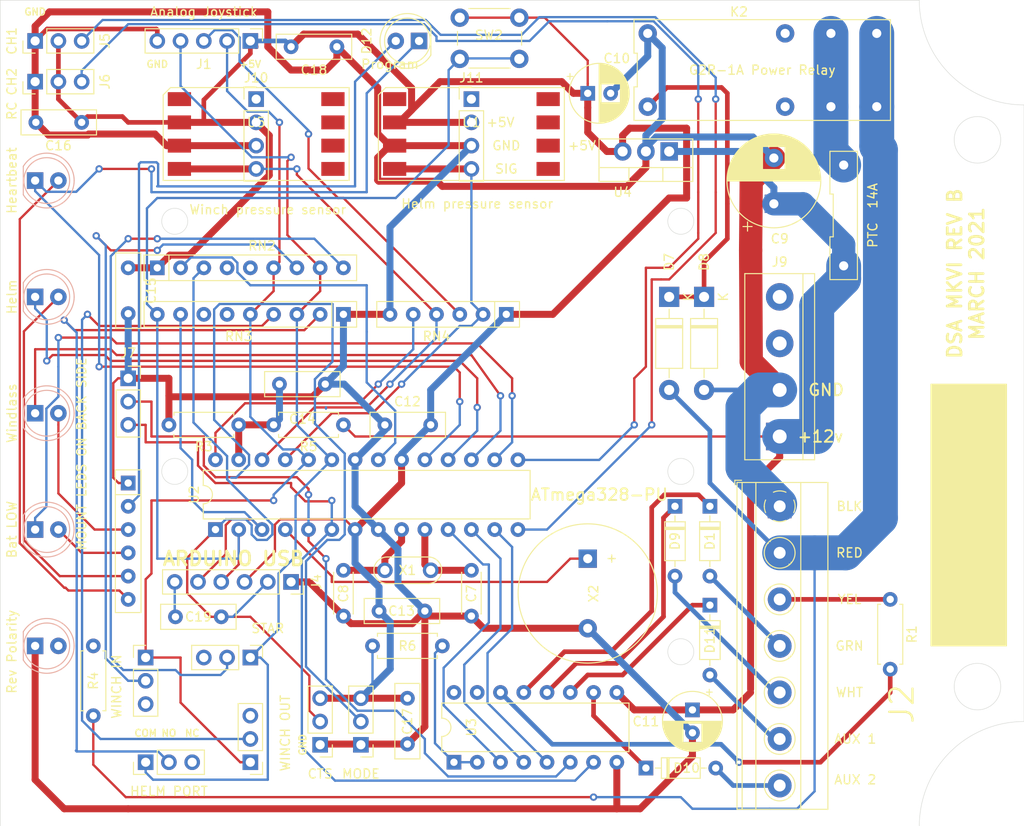
<source format=kicad_pcb>
(kicad_pcb (version 20171130) (host pcbnew "(5.1.9)-1")
  (layers (0 F.Cu signal) (31 B.Cu signal) (34 B.Paste user hide) (35 F.Paste user hide) (36 B.SilkS user hide) (37 F.SilkS user) (38 B.Mask user hide) (39 F.Mask user hide) (44 Edge.Cuts user))
  (net 0 "")
  (net 1 GNDREF)
  (net 2 "Net-(C7-Pad1)")
  (net 3 "Net-(C8-Pad1)")
  (net 4 +12V)
  (net 5 +5V)
  (net 6 "Net-(C14-Pad1)")
  (net 7 "Net-(D2-Pad2)")
  (net 8 "Net-(D3-Pad2)")
  (net 9 "Net-(D3-Pad1)")
  (net 10 "Net-(D4-Pad2)")
  (net 11 "Net-(D4-Pad1)")
  (net 12 "Net-(D5-Pad2)")
  (net 13 "Net-(D5-Pad1)")
  (net 14 +BATT)
  (net 15 "Net-(D7-Pad1)")
  (net 16 "Net-(D10-Pad2)")
  (net 17 "Net-(D10-Pad1)")
  (net 18 "Net-(D11-Pad2)")
  (net 19 "Net-(D11-Pad1)")
  (net 20 "Net-(F1-Pad2)")
  (net 21 "Net-(J1-Pad4)")
  (net 22 "Net-(J1-Pad2)")
  (net 23 "Net-(J2-Pad3)")
  (net 24 "Net-(J4-Pad4)")
  (net 25 "Net-(R1-Pad2)")
  (net 26 "Net-(U2-Pad13)")
  (net 27 "Net-(U2-Pad12)")
  (net 28 "Net-(U2-Pad11)")
  (net 29 "Net-(D6-Pad2)")
  (net 30 "Net-(J4-Pad5)")
  (net 31 CH1)
  (net 32 CH2)
  (net 33 "Net-(J7-Pad2)")
  (net 34 "Net-(J7-Pad3)")
  (net 35 "Net-(D12-Pad2)")
  (net 36 "Net-(D12-Pad1)")
  (net 37 "Net-(J8A1-Pad2)")
  (net 38 "Net-(J8B1-Pad2)")
  (net 39 "Net-(J8C1-Pad2)")
  (net 40 "Net-(J8D1-Pad2)")
  (net 41 "Net-(C19-Pad2)")
  (net 42 "Net-(C19-Pad1)")
  (net 43 "Net-(D1-Pad2)")
  (net 44 "Net-(D1-Pad1)")
  (net 45 "Net-(D9-Pad2)")
  (net 46 "Net-(D9-Pad1)")
  (net 47 "Net-(J1-Pad3)")
  (net 48 /motorA)
  (net 49 /motorB)
  (net 50 "Net-(J8A1-Pad3)")
  (net 51 "Net-(J8B1-Pad3)")
  (net 52 "Net-(J8C1-Pad3)")
  (net 53 "Net-(J8D1-Pad3)")
  (net 54 "Net-(JP2-Pad2)")
  (net 55 "Net-(K2-Pad7)")
  (net 56 "Net-(K2-Pad2)")
  (net 57 "Net-(RN2-Pad5)")
  (net 58 "Net-(RN2-Pad2)")
  (net 59 "Net-(RN3-Pad7)")
  (net 60 "Net-(RN3-Pad6)")
  (net 61 "Net-(U1-Pad4)")
  (net 62 "Net-(U1-Pad5)")
  (net 63 "Net-(U1-Pad6)")
  (net 64 "Net-(U1-Pad7)")
  (net 65 "Net-(U1-Pad1)")
  (net 66 "Net-(U1-Pad8)")
  (net 67 "Net-(U2-Pad4)")
  (net 68 "Net-(U3-Pad15)")
  (net 69 "Net-(U3-Pad16)")
  (net 70 "Net-(U5-Pad5)")
  (net 71 "Net-(U5-Pad6)")
  (net 72 "Net-(U5-Pad7)")
  (net 73 "Net-(U5-Pad1)")
  (net 74 "Net-(U5-Pad8)")
  (net 75 "Net-(J10-Pad4)")
  (net 76 "Net-(J10-Pad1)")
  (net 77 "Net-(J11-Pad4)")
  (net 78 "Net-(J11-Pad1)")
  (net 79 "Net-(R6-Pad2)")
  (net 80 "Net-(RN2-Pad4)")
  (module LED_THT:LED_D5.0mm (layer B.Cu) (at 100.33 84.455)
    (fp_text reference D3 hide)
    (fp_text value Helm (at -2.54 0 90) (layer F.SilkS))
    (pad 2 thru_hole circle (at 2.54 0) (size 1.8 1.8) (drill 0.9) (layers *.Cu *.Mask) (net 8 "Net-(D3-Pad2)"))
    (pad 1 thru_hole rect (at 0 0) (size 1.8 1.8) (drill 0.9) (layers *.Cu *.Mask) (net 9 "Net-(D3-Pad1)"))
  )
  (module Connector_PinSocket_2.54mm:PinSocket_1x03_P2.54mm_Vertical (layer F.Cu) (at 110.49 93.345)
    (fp_text reference J7 (at 0 -2.77) (layer F.SilkS))
    (fp_text value "Cytron PWM")
    (pad 1 thru_hole rect (at 0 0) (size 1.7 1.7) (drill 1) (layers *.Cu *.Mask) (net 1 GNDREF))
    (pad 2 thru_hole oval (at 0 2.54) (size 1.7 1.7) (drill 1) (layers *.Cu *.Mask) (net 33 "Net-(J7-Pad2)"))
    (pad 3 thru_hole oval (at 0 5.08) (size 1.7 1.7) (drill 1) (layers *.Cu *.Mask) (net 34 "Net-(J7-Pad3)"))
  )
  (module Resistor_THT:R_Axial_DIN0207_L6.3mm_D2.5mm_P7.62mm_Horizontal (layer F.Cu) (at 137.16 122.555)
    (fp_text reference R6 (at 3.81 0) (layer F.SilkS))
    (fp_text value 10K)
    (pad 2 thru_hole oval (at 7.62 0) (size 1.6 1.6) (drill 0.8) (layers *.Cu *.Mask) (net 79 "Net-(R6-Pad2)"))
    (pad 1 thru_hole circle (at 0 0) (size 1.6 1.6) (drill 0.8) (layers *.Cu *.Mask) (net 5 +5V))
  )
  (module Connector_PinHeader_2.54mm:PinHeader_1x04_P2.54mm_Vertical (layer F.Cu) (at 147.955 62.865)
    (fp_text reference J11 (at 0 -2.33) (layer F.SilkS))
    (fp_text value "S&P HELM")
    (pad 4 thru_hole oval (at 0 7.62) (size 1.7 1.7) (drill 1) (layers *.Cu *.Mask) (net 77 "Net-(J11-Pad4)"))
    (pad 3 thru_hole oval (at 0 5.08) (size 1.7 1.7) (drill 1) (layers *.Cu *.Mask) (net 1 GNDREF))
    (pad 2 thru_hole oval (at 0 2.54) (size 1.7 1.7) (drill 1) (layers *.Cu *.Mask) (net 5 +5V))
    (pad 1 thru_hole rect (at 0 0) (size 1.7 1.7) (drill 1) (layers *.Cu *.Mask) (net 78 "Net-(J11-Pad1)"))
  )
  (module Connector_PinHeader_2.54mm:PinHeader_1x04_P2.54mm_Vertical (layer F.Cu) (at 124.46 62.865)
    (fp_text reference J10 (at 0 -2.33) (layer F.SilkS))
    (fp_text value "S&P WINCH")
    (pad 4 thru_hole oval (at 0 7.62) (size 1.7 1.7) (drill 1) (layers *.Cu *.Mask) (net 75 "Net-(J10-Pad4)"))
    (pad 3 thru_hole oval (at 0 5.08) (size 1.7 1.7) (drill 1) (layers *.Cu *.Mask) (net 1 GNDREF))
    (pad 2 thru_hole oval (at 0 2.54) (size 1.7 1.7) (drill 1) (layers *.Cu *.Mask) (net 5 +5V))
    (pad 1 thru_hole rect (at 0 0) (size 1.7 1.7) (drill 1) (layers *.Cu *.Mask) (net 76 "Net-(J10-Pad1)"))
  )
  (module Resistor_THT:R_Array_SIP6 (layer F.Cu) (at 110.49 104.775 270)
    (fp_text reference RN1)
    (fp_text value 470R)
    (pad 1 thru_hole rect (at 0 0 270) (size 1.6 1.6) (drill 0.8) (layers *.Cu *.Mask) (net 1 GNDREF))
    (pad 2 thru_hole oval (at 2.54 0 270) (size 1.6 1.6) (drill 0.8) (layers *.Cu *.Mask) (net 35 "Net-(D12-Pad2)"))
    (pad 3 thru_hole oval (at 5.08 0 270) (size 1.6 1.6) (drill 0.8) (layers *.Cu *.Mask) (net 10 "Net-(D4-Pad2)"))
    (pad 4 thru_hole oval (at 7.62 0 270) (size 1.6 1.6) (drill 0.8) (layers *.Cu *.Mask) (net 12 "Net-(D5-Pad2)"))
    (pad 5 thru_hole oval (at 10.16 0 270) (size 1.6 1.6) (drill 0.8) (layers *.Cu *.Mask) (net 8 "Net-(D3-Pad2)"))
    (pad 6 thru_hole oval (at 12.7 0 270) (size 1.6 1.6) (drill 0.8) (layers *.Cu *.Mask) (net 7 "Net-(D2-Pad2)"))
  )
  (module "IML parts:MPXV7007" (layer F.Cu) (at 124.46 66.675 270)
    (fp_text reference U5 (at -1.27 0) (layer F.SilkS))
    (fp_text value "Winch pressure sensor" (at 8.255 -1.27 180) (layer F.SilkS))
    (pad 4 smd rect (at 3.81 8.38 270) (size 1.52 2.54) (layers F.Cu F.Paste F.Mask) (net 75 "Net-(J10-Pad4)"))
    (pad 5 smd rect (at 3.81 -8.38 270) (size 1.52 2.54) (layers F.Cu F.Paste F.Mask) (net 70 "Net-(U5-Pad5)"))
    (pad 3 smd rect (at 1.27 8.38 270) (size 1.52 2.54) (layers F.Cu F.Paste F.Mask) (net 1 GNDREF))
    (pad 6 smd rect (at 1.27 -8.38 270) (size 1.52 2.54) (layers F.Cu F.Paste F.Mask) (net 71 "Net-(U5-Pad6)"))
    (pad 2 smd rect (at -1.27 8.38 270) (size 1.52 2.54) (layers F.Cu F.Paste F.Mask) (net 5 +5V))
    (pad 7 smd rect (at -1.27 -8.38 270) (size 1.52 2.54) (layers F.Cu F.Paste F.Mask) (net 72 "Net-(U5-Pad7)"))
    (pad 1 smd rect (at -3.81 8.38 270) (size 1.52 2.54) (layers F.Cu F.Paste F.Mask) (net 73 "Net-(U5-Pad1)"))
    (pad 8 smd rect (at -3.81 -8.38 270) (size 1.52 2.54) (layers F.Cu F.Paste F.Mask) (net 74 "Net-(U5-Pad8)"))
  )
  (module Resistor_THT:R_Axial_DIN0207_L6.3mm_D2.5mm_P7.62mm_Horizontal (layer F.Cu) (at 193.675 117.475 270)
    (fp_text reference R1 (at 3.81 -2.37 90) (layer F.SilkS))
    (fp_text value 470R)
    (pad 2 thru_hole oval (at 7.62 0 270) (size 1.6 1.6) (drill 0.8) (layers *.Cu *.Mask) (net 25 "Net-(R1-Pad2)"))
    (pad 1 thru_hole circle (at 0 0 270) (size 1.6 1.6) (drill 0.8) (layers *.Cu *.Mask) (net 23 "Net-(J2-Pad3)"))
  )
  (module Resistor_THT:R_Array_SIP9 (layer F.Cu) (at 133.985 86.36 180)
    (fp_text reference RN3 (at 11.43 -2.4) (layer F.SilkS))
    (fp_text value 10K)
    (pad 9 thru_hole oval (at 20.32 0 180) (size 1.6 1.6) (drill 0.8) (layers *.Cu *.Mask) (net 24 "Net-(J4-Pad4)"))
    (pad 8 thru_hole oval (at 17.78 0 180) (size 1.6 1.6) (drill 0.8) (layers *.Cu *.Mask) (net 30 "Net-(J4-Pad5)"))
    (pad 7 thru_hole oval (at 15.24 0 180) (size 1.6 1.6) (drill 0.8) (layers *.Cu *.Mask) (net 59 "Net-(RN3-Pad7)"))
    (pad 6 thru_hole oval (at 12.7 0 180) (size 1.6 1.6) (drill 0.8) (layers *.Cu *.Mask) (net 60 "Net-(RN3-Pad6)"))
    (pad 5 thru_hole oval (at 10.16 0 180) (size 1.6 1.6) (drill 0.8) (layers *.Cu *.Mask) (net 22 "Net-(J1-Pad2)"))
    (pad 4 thru_hole oval (at 7.62 0 180) (size 1.6 1.6) (drill 0.8) (layers *.Cu *.Mask) (net 40 "Net-(J8D1-Pad2)"))
    (pad 3 thru_hole oval (at 5.08 0 180) (size 1.6 1.6) (drill 0.8) (layers *.Cu *.Mask) (net 21 "Net-(J1-Pad4)"))
    (pad 2 thru_hole oval (at 2.54 0 180) (size 1.6 1.6) (drill 0.8) (layers *.Cu *.Mask) (net 39 "Net-(J8C1-Pad2)"))
    (pad 1 thru_hole rect (at 0 0 180) (size 1.6 1.6) (drill 0.8) (layers *.Cu *.Mask) (net 1 GNDREF))
  )
  (module Capacitor_THT:C_Disc_D8.0mm_W2.5mm_P5.00mm (layer F.Cu) (at 127 93.98)
    (fp_text reference C14 (at 2.5 3.81) (layer F.SilkS))
    (fp_text value 4N7)
    (pad 2 thru_hole circle (at 5 0) (size 1.6 1.6) (drill 0.8) (layers *.Cu *.Mask) (net 1 GNDREF))
    (pad 1 thru_hole circle (at 0 0) (size 1.6 1.6) (drill 0.8) (layers *.Cu *.Mask) (net 6 "Net-(C14-Pad1)"))
  )
  (module Buzzer_Beeper:Buzzer_15x7.5RM7.6 (layer F.Cu) (at 160.655 113.03 270)
    (fp_text reference X2 (at 3.81 -0.635 90) (layer F.SilkS))
    (fp_text value Buzzer)
    (fp_text user + (at -0.01 -2.54 90) (layer F.SilkS))
    (pad 2 thru_hole circle (at 7.6 0 270) (size 2 2) (drill 1) (layers *.Cu *.Mask) (net 1 GNDREF))
    (pad 1 thru_hole rect (at 0 0 270) (size 2 2) (drill 1) (layers *.Cu *.Mask) (net 67 "Net-(U2-Pad4)"))
  )
  (module Package_DIP:DIP-28_W7.62mm (layer F.Cu) (at 120.015 109.855 90)
    (fp_text reference U2 (at 3.81 -2.33 90) (layer F.SilkS))
    (fp_text value ATmega328-PU (at 3.81 41.91 180) (layer F.SilkS) (effects (font (size 1.27 1.27) (thickness 0.2032))))
    (pad 1 thru_hole rect (at 0 0 90) (size 1.6 1.6) (drill 0.8) (layers *.Cu *.Mask) (net 42 "Net-(C19-Pad1)"))
    (pad 15 thru_hole oval (at 7.62 33.02 90) (size 1.6 1.6) (drill 0.8) (layers *.Cu *.Mask) (net 32 CH2))
    (pad 2 thru_hole oval (at 0 2.54 90) (size 1.6 1.6) (drill 0.8) (layers *.Cu *.Mask) (net 24 "Net-(J4-Pad4)"))
    (pad 16 thru_hole oval (at 7.62 30.48 90) (size 1.6 1.6) (drill 0.8) (layers *.Cu *.Mask) (net 13 "Net-(D5-Pad1)"))
    (pad 3 thru_hole oval (at 0 5.08 90) (size 1.6 1.6) (drill 0.8) (layers *.Cu *.Mask) (net 30 "Net-(J4-Pad5)"))
    (pad 17 thru_hole oval (at 7.62 27.94 90) (size 1.6 1.6) (drill 0.8) (layers *.Cu *.Mask) (net 11 "Net-(D4-Pad1)"))
    (pad 4 thru_hole oval (at 0 7.62 90) (size 1.6 1.6) (drill 0.8) (layers *.Cu *.Mask) (net 67 "Net-(U2-Pad4)"))
    (pad 18 thru_hole oval (at 7.62 25.4 90) (size 1.6 1.6) (drill 0.8) (layers *.Cu *.Mask) (net 9 "Net-(D3-Pad1)"))
    (pad 5 thru_hole oval (at 0 10.16 90) (size 1.6 1.6) (drill 0.8) (layers *.Cu *.Mask) (net 33 "Net-(J7-Pad2)"))
    (pad 19 thru_hole oval (at 7.62 22.86 90) (size 1.6 1.6) (drill 0.8) (layers *.Cu *.Mask) (net 36 "Net-(D12-Pad1)"))
    (pad 6 thru_hole oval (at 0 12.7 90) (size 1.6 1.6) (drill 0.8) (layers *.Cu *.Mask) (net 34 "Net-(J7-Pad3)"))
    (pad 20 thru_hole oval (at 7.62 20.32 90) (size 1.6 1.6) (drill 0.8) (layers *.Cu *.Mask) (net 5 +5V))
    (pad 7 thru_hole oval (at 0 15.24 90) (size 1.6 1.6) (drill 0.8) (layers *.Cu *.Mask) (net 5 +5V))
    (pad 21 thru_hole oval (at 7.62 17.78 90) (size 1.6 1.6) (drill 0.8) (layers *.Cu *.Mask) (net 58 "Net-(RN2-Pad2)"))
    (pad 8 thru_hole oval (at 0 17.78 90) (size 1.6 1.6) (drill 0.8) (layers *.Cu *.Mask) (net 1 GNDREF))
    (pad 22 thru_hole oval (at 7.62 15.24 90) (size 1.6 1.6) (drill 0.8) (layers *.Cu *.Mask) (net 1 GNDREF))
    (pad 9 thru_hole oval (at 0 20.32 90) (size 1.6 1.6) (drill 0.8) (layers *.Cu *.Mask) (net 3 "Net-(C8-Pad1)"))
    (pad 23 thru_hole oval (at 7.62 12.7 90) (size 1.6 1.6) (drill 0.8) (layers *.Cu *.Mask) (net 21 "Net-(J1-Pad4)"))
    (pad 10 thru_hole oval (at 0 22.86 90) (size 1.6 1.6) (drill 0.8) (layers *.Cu *.Mask) (net 2 "Net-(C7-Pad1)"))
    (pad 24 thru_hole oval (at 7.62 10.16 90) (size 1.6 1.6) (drill 0.8) (layers *.Cu *.Mask) (net 22 "Net-(J1-Pad2)"))
    (pad 11 thru_hole oval (at 0 25.4 90) (size 1.6 1.6) (drill 0.8) (layers *.Cu *.Mask) (net 28 "Net-(U2-Pad11)"))
    (pad 25 thru_hole oval (at 7.62 7.62 90) (size 1.6 1.6) (drill 0.8) (layers *.Cu *.Mask) (net 77 "Net-(J11-Pad4)"))
    (pad 12 thru_hole oval (at 0 27.94 90) (size 1.6 1.6) (drill 0.8) (layers *.Cu *.Mask) (net 27 "Net-(U2-Pad12)"))
    (pad 26 thru_hole oval (at 7.62 5.08 90) (size 1.6 1.6) (drill 0.8) (layers *.Cu *.Mask) (net 75 "Net-(J10-Pad4)"))
    (pad 13 thru_hole oval (at 0 30.48 90) (size 1.6 1.6) (drill 0.8) (layers *.Cu *.Mask) (net 26 "Net-(U2-Pad13)"))
    (pad 27 thru_hole oval (at 7.62 2.54 90) (size 1.6 1.6) (drill 0.8) (layers *.Cu *.Mask) (net 6 "Net-(C14-Pad1)"))
    (pad 14 thru_hole oval (at 0 33.02 90) (size 1.6 1.6) (drill 0.8) (layers *.Cu *.Mask) (net 31 CH1))
    (pad 28 thru_hole oval (at 7.62 0 90) (size 1.6 1.6) (drill 0.8) (layers *.Cu *.Mask) (net 54 "Net-(JP2-Pad2)"))
  )
  (module TerminalBlock_Phoenix:TerminalBlock_Phoenix_MKDS-1,5-7-5.08_1x07_P5.08mm_Horizontal (layer F.Cu) (at 181.61 107.315 270)
    (fp_text reference J2 (at 21.59 -13.335 90) (layer F.SilkS) (effects (font (size 2.54 2.54) (thickness 0.254))))
    (fp_text value ".200 EURO")
    (pad 7 thru_hole circle (at 30.48 0 270) (size 2.6 2.6) (drill 1.3) (layers *.Cu *.Mask) (net 16 "Net-(D10-Pad2)"))
    (pad 6 thru_hole circle (at 25.4 0 270) (size 2.6 2.6) (drill 1.3) (layers *.Cu *.Mask) (net 18 "Net-(D11-Pad2)"))
    (pad 5 thru_hole circle (at 20.32 0 270) (size 2.6 2.6) (drill 1.3) (layers *.Cu *.Mask) (net 45 "Net-(D9-Pad2)"))
    (pad 4 thru_hole circle (at 15.24 0 270) (size 2.6 2.6) (drill 1.3) (layers *.Cu *.Mask) (net 43 "Net-(D1-Pad2)"))
    (pad 3 thru_hole circle (at 10.16 0 270) (size 2.6 2.6) (drill 1.3) (layers *.Cu *.Mask) (net 23 "Net-(J2-Pad3)"))
    (pad 2 thru_hole circle (at 5.08 0 270) (size 2.6 2.6) (drill 1.3) (layers *.Cu *.Mask) (net 14 +BATT))
    (pad 1 thru_hole rect (at 0 0 270) (size 2.6 2.6) (drill 1.3) (layers *.Cu *.Mask) (net 1 GNDREF))
  )
  (module Resistor_THT:R_Axial_DIN0207_L6.3mm_D2.5mm_P7.62mm_Horizontal (layer F.Cu) (at 133.985 98.425 180)
    (fp_text reference R5 (at 3.81 -2.37) (layer F.SilkS))
    (fp_text value 11K)
    (pad 2 thru_hole oval (at 7.62 0 180) (size 1.6 1.6) (drill 0.8) (layers *.Cu *.Mask) (net 6 "Net-(C14-Pad1)"))
    (pad 1 thru_hole circle (at 0 0 180) (size 1.6 1.6) (drill 0.8) (layers *.Cu *.Mask) (net 4 +12V))
  )
  (module Resistor_THT:R_Array_SIP6 (layer F.Cu) (at 151.765 86.36 180)
    (fp_text reference RN4 (at 7.62 -2.4) (layer F.SilkS))
    (fp_text value "100K DIVIDER")
    (pad 6 thru_hole oval (at 12.7 0 180) (size 1.6 1.6) (drill 0.8) (layers *.Cu *.Mask) (net 1 GNDREF))
    (pad 5 thru_hole oval (at 10.16 0 180) (size 1.6 1.6) (drill 0.8) (layers *.Cu *.Mask) (net 54 "Net-(JP2-Pad2)"))
    (pad 4 thru_hole oval (at 7.62 0 180) (size 1.6 1.6) (drill 0.8) (layers *.Cu *.Mask) (net 75 "Net-(J10-Pad4)"))
    (pad 3 thru_hole oval (at 5.08 0 180) (size 1.6 1.6) (drill 0.8) (layers *.Cu *.Mask) (net 47 "Net-(J1-Pad3)"))
    (pad 2 thru_hole oval (at 2.54 0 180) (size 1.6 1.6) (drill 0.8) (layers *.Cu *.Mask) (net 77 "Net-(J11-Pad4)"))
    (pad 1 thru_hole rect (at 0 0 180) (size 1.6 1.6) (drill 0.8) (layers *.Cu *.Mask) (net 5 +5V))
  )
  (module Resistor_THT:R_Array_SIP9 (layer F.Cu) (at 113.665 81.28)
    (fp_text reference RN2 (at 11.43 -2.4) (layer F.SilkS))
    (fp_text value 10K)
    (pad 9 thru_hole oval (at 20.32 0) (size 1.6 1.6) (drill 0.8) (layers *.Cu *.Mask) (net 37 "Net-(J8A1-Pad2)"))
    (pad 8 thru_hole oval (at 17.78 0) (size 1.6 1.6) (drill 0.8) (layers *.Cu *.Mask) (net 21 "Net-(J1-Pad4)"))
    (pad 7 thru_hole oval (at 15.24 0) (size 1.6 1.6) (drill 0.8) (layers *.Cu *.Mask) (net 38 "Net-(J8B1-Pad2)"))
    (pad 6 thru_hole oval (at 12.7 0) (size 1.6 1.6) (drill 0.8) (layers *.Cu *.Mask) (net 22 "Net-(J1-Pad2)"))
    (pad 5 thru_hole oval (at 10.16 0) (size 1.6 1.6) (drill 0.8) (layers *.Cu *.Mask) (net 57 "Net-(RN2-Pad5)"))
    (pad 4 thru_hole oval (at 7.62 0) (size 1.6 1.6) (drill 0.8) (layers *.Cu *.Mask) (net 80 "Net-(RN2-Pad4)"))
    (pad 3 thru_hole oval (at 5.08 0) (size 1.6 1.6) (drill 0.8) (layers *.Cu *.Mask) (net 42 "Net-(C19-Pad1)"))
    (pad 2 thru_hole oval (at 2.54 0) (size 1.6 1.6) (drill 0.8) (layers *.Cu *.Mask) (net 58 "Net-(RN2-Pad2)"))
    (pad 1 thru_hole rect (at 0 0) (size 1.6 1.6) (drill 0.8) (layers *.Cu *.Mask) (net 5 +5V))
  )
  (module Diode_THT:D_DO-35_SOD27_P7.62mm_Horizontal (layer F.Cu) (at 170.18 107.315 270)
    (fp_text reference D9 (at 3.81 0 90) (layer F.SilkS))
    (fp_text value BAT48RL)
    (pad 2 thru_hole oval (at 7.62 0 270) (size 1.6 1.6) (drill 0.8) (layers *.Cu *.Mask) (net 45 "Net-(D9-Pad2)"))
    (pad 1 thru_hole rect (at 0 0 270) (size 1.6 1.6) (drill 0.8) (layers *.Cu *.Mask) (net 46 "Net-(D9-Pad1)"))
  )
  (module Diode_THT:D_DO-35_SOD27_P7.62mm_Horizontal (layer F.Cu) (at 173.99 107.315 270)
    (fp_text reference D1 (at 3.81 0 90) (layer F.SilkS))
    (fp_text value BAT48RL)
    (pad 2 thru_hole oval (at 7.62 0 270) (size 1.6 1.6) (drill 0.8) (layers *.Cu *.Mask) (net 43 "Net-(D1-Pad2)"))
    (pad 1 thru_hole rect (at 0 0 270) (size 1.6 1.6) (drill 0.8) (layers *.Cu *.Mask) (net 44 "Net-(D1-Pad1)"))
  )
  (module Capacitor_THT:C_Disc_D8.0mm_W2.5mm_P5.00mm (layer F.Cu) (at 120.65 119.38 180)
    (fp_text reference C19 (at 2.5 0) (layer F.SilkS))
    (fp_text value ".1uF 50V")
    (pad 2 thru_hole circle (at 5 0 180) (size 1.6 1.6) (drill 0.8) (layers *.Cu *.Mask) (net 41 "Net-(C19-Pad2)"))
    (pad 1 thru_hole circle (at 0 0 180) (size 1.6 1.6) (drill 0.8) (layers *.Cu *.Mask) (net 42 "Net-(C19-Pad1)"))
  )
  (module Capacitor_THT:C_Disc_D8.0mm_W2.5mm_P5.00mm (layer F.Cu) (at 128.27 57.15)
    (fp_text reference C18 (at 2.5 2.54) (layer F.SilkS))
    (fp_text value ".47uF 50V")
    (pad 2 thru_hole circle (at 5 0) (size 1.6 1.6) (drill 0.8) (layers *.Cu *.Mask) (net 1 GNDREF))
    (pad 1 thru_hole circle (at 0 0) (size 1.6 1.6) (drill 0.8) (layers *.Cu *.Mask) (net 5 +5V))
  )
  (module Connector_PinHeader_2.54mm:PinHeader_1x03_P2.54mm_Vertical (layer F.Cu) (at 123.825 135.255 180)
    (fp_text reference "WINCH OUT" (at -3.81 3.175 90) (layer F.SilkS))
    (fp_text value "WINCH OUT")
    (pad 3 thru_hole oval (at 0 5.08 180) (size 1.7 1.7) (drill 1) (layers *.Cu *.Mask) (net 53 "Net-(J8D1-Pad3)"))
    (pad 2 thru_hole oval (at 0 2.54 180) (size 1.7 1.7) (drill 1) (layers *.Cu *.Mask) (net 40 "Net-(J8D1-Pad2)"))
    (pad 1 thru_hole rect (at 0 0 180) (size 1.7 1.7) (drill 1) (layers *.Cu *.Mask) (net 22 "Net-(J1-Pad2)"))
  )
  (module Connector_PinHeader_2.54mm:PinHeader_1x03_P2.54mm_Vertical (layer F.Cu) (at 112.395 135.255 90)
    (fp_text reference "HELM PORT" (at -3.175 2.54 180) (layer F.SilkS))
    (fp_text value "HELM PORT")
    (pad 3 thru_hole oval (at 0 5.08 90) (size 1.7 1.7) (drill 1) (layers *.Cu *.Mask) (net 52 "Net-(J8C1-Pad3)"))
    (pad 2 thru_hole oval (at 0 2.54 90) (size 1.7 1.7) (drill 1) (layers *.Cu *.Mask) (net 39 "Net-(J8C1-Pad2)"))
    (pad 1 thru_hole rect (at 0 0 90) (size 1.7 1.7) (drill 1) (layers *.Cu *.Mask) (net 21 "Net-(J1-Pad4)"))
  )
  (module Connector_PinHeader_2.54mm:PinHeader_1x03_P2.54mm_Vertical (layer F.Cu) (at 112.395 123.825)
    (fp_text reference "WINCH IN" (at -3.175 3.175 -90) (layer F.SilkS))
    (fp_text value "WINCH IN")
    (pad 3 thru_hole oval (at 0 5.08) (size 1.7 1.7) (drill 1) (layers *.Cu *.Mask) (net 51 "Net-(J8B1-Pad3)"))
    (pad 2 thru_hole oval (at 0 2.54) (size 1.7 1.7) (drill 1) (layers *.Cu *.Mask) (net 38 "Net-(J8B1-Pad2)"))
    (pad 1 thru_hole rect (at 0 0) (size 1.7 1.7) (drill 1) (layers *.Cu *.Mask) (net 22 "Net-(J1-Pad2)"))
  )
  (module Connector_PinHeader_2.54mm:PinHeader_1x03_P2.54mm_Vertical (layer F.Cu) (at 123.825 123.825 270)
    (fp_text reference STAR (at -3.175 -1.905 180) (layer F.SilkS))
    (fp_text value "HELM STAR")
    (pad 3 thru_hole oval (at 0 5.08 270) (size 1.7 1.7) (drill 1) (layers *.Cu *.Mask) (net 50 "Net-(J8A1-Pad3)"))
    (pad 2 thru_hole oval (at 0 2.54 270) (size 1.7 1.7) (drill 1) (layers *.Cu *.Mask) (net 37 "Net-(J8A1-Pad2)"))
    (pad 1 thru_hole rect (at 0 0 270) (size 1.7 1.7) (drill 1) (layers *.Cu *.Mask) (net 21 "Net-(J1-Pad4)"))
  )
  (module Connector_PinHeader_2.54mm:PinHeader_1x03_P2.54mm_Vertical (layer F.Cu) (at 135.89 133.35 180)
    (fp_text reference MODE (at 0 -3.175) (layer F.SilkS))
    (fp_text value Jumper_MODE)
    (pad 3 thru_hole oval (at 0 5.08 180) (size 1.7 1.7) (drill 1) (layers *.Cu *.Mask) (net 5 +5V))
    (pad 2 thru_hole oval (at 0 2.54 180) (size 1.7 1.7) (drill 1) (layers *.Cu *.Mask) (net 54 "Net-(JP2-Pad2)"))
    (pad 1 thru_hole rect (at 0 0 180) (size 1.7 1.7) (drill 1) (layers *.Cu *.Mask) (net 1 GNDREF))
  )
  (module Connector_PinHeader_2.54mm:PinHeader_1x03_P2.54mm_Vertical (layer F.Cu) (at 131.445 133.35 180)
    (fp_text reference CTS (at 0 -3.175) (layer F.SilkS))
    (fp_text value Jumper_CTS)
    (pad 3 thru_hole oval (at 0 5.08 180) (size 1.7 1.7) (drill 1) (layers *.Cu *.Mask) (net 5 +5V))
    (pad 2 thru_hole oval (at 0 2.54 180) (size 1.7 1.7) (drill 1) (layers *.Cu *.Mask) (net 42 "Net-(C19-Pad1)"))
    (pad 1 thru_hole rect (at 0 0 180) (size 1.7 1.7) (drill 1) (layers *.Cu *.Mask) (net 1 GNDREF))
  )
  (module Connector_PinHeader_2.54mm:PinHeader_1x03_P2.54mm_Vertical (layer F.Cu) (at 100.33 60.96 90)
    (fp_text reference J6 (at 0 7.62 90) (layer F.SilkS))
    (fp_text value CH2 (at 0 -2.54 90) (layer F.SilkS))
    (pad 3 thru_hole oval (at 0 5.08 90) (size 1.7 1.7) (drill 1) (layers *.Cu *.Mask) (net 32 CH2))
    (pad 2 thru_hole oval (at 0 2.54 90) (size 1.7 1.7) (drill 1) (layers *.Cu *.Mask) (net 5 +5V))
    (pad 1 thru_hole rect (at 0 0 90) (size 1.7 1.7) (drill 1) (layers *.Cu *.Mask) (net 1 GNDREF))
  )
  (module Connector_PinHeader_2.54mm:PinHeader_1x03_P2.54mm_Vertical (layer F.Cu) (at 100.33 56.515 90)
    (fp_text reference J5 (at 0 7.62 90) (layer F.SilkS))
    (fp_text value CH1 (at 0 -2.54 90) (layer F.SilkS))
    (pad 3 thru_hole oval (at 0 5.08 90) (size 1.7 1.7) (drill 1) (layers *.Cu *.Mask) (net 31 CH1))
    (pad 2 thru_hole oval (at 0 2.54 90) (size 1.7 1.7) (drill 1) (layers *.Cu *.Mask) (net 5 +5V))
    (pad 1 thru_hole rect (at 0 0 90) (size 1.7 1.7) (drill 1) (layers *.Cu *.Mask) (net 1 GNDREF))
  )
  (module Crystal:Resonator-2Pin_W7.0mm_H2.5mm (layer F.Cu) (at 143.51 114.3 180)
    (fp_text reference X1 (at 2.54 0) (layer F.SilkS))
    (fp_text value "16 mhz xtal")
    (pad 1 thru_hole circle (at 0 0 180) (size 1.7 1.7) (drill 1) (layers *.Cu *.Mask) (net 2 "Net-(C7-Pad1)"))
    (pad 2 thru_hole circle (at 5 0 180) (size 1.7 1.7) (drill 1) (layers *.Cu *.Mask) (net 3 "Net-(C8-Pad1)"))
  )
  (module Package_DIP:DIP-16_W7.62mm (layer F.Cu) (at 146.05 135.255 90)
    (fp_text reference U3 (at 3.81 1.905 90) (layer F.SilkS))
    (fp_text value ULN2003)
    (pad 1 thru_hole rect (at 0 0 90) (size 1.6 1.6) (drill 0.8) (layers *.Cu *.Mask) (net 79 "Net-(R6-Pad2)"))
    (pad 9 thru_hole oval (at 7.62 17.78 90) (size 1.6 1.6) (drill 0.8) (layers *.Cu *.Mask) (net 4 +12V))
    (pad 2 thru_hole oval (at 0 2.54 90) (size 1.6 1.6) (drill 0.8) (layers *.Cu *.Mask) (net 79 "Net-(R6-Pad2)"))
    (pad 10 thru_hole oval (at 7.62 15.24 90) (size 1.6 1.6) (drill 0.8) (layers *.Cu *.Mask) (net 17 "Net-(D10-Pad1)"))
    (pad 3 thru_hole oval (at 0 5.08 90) (size 1.6 1.6) (drill 0.8) (layers *.Cu *.Mask) (net 28 "Net-(U2-Pad11)"))
    (pad 11 thru_hole oval (at 7.62 12.7 90) (size 1.6 1.6) (drill 0.8) (layers *.Cu *.Mask) (net 19 "Net-(D11-Pad1)"))
    (pad 4 thru_hole oval (at 0 7.62 90) (size 1.6 1.6) (drill 0.8) (layers *.Cu *.Mask) (net 27 "Net-(U2-Pad12)"))
    (pad 12 thru_hole oval (at 7.62 10.16 90) (size 1.6 1.6) (drill 0.8) (layers *.Cu *.Mask) (net 46 "Net-(D9-Pad1)"))
    (pad 5 thru_hole oval (at 0 10.16 90) (size 1.6 1.6) (drill 0.8) (layers *.Cu *.Mask) (net 26 "Net-(U2-Pad13)"))
    (pad 13 thru_hole oval (at 7.62 7.62 90) (size 1.6 1.6) (drill 0.8) (layers *.Cu *.Mask) (net 44 "Net-(D1-Pad1)"))
    (pad 6 thru_hole oval (at 0 12.7 90) (size 1.6 1.6) (drill 0.8) (layers *.Cu *.Mask) (net 33 "Net-(J7-Pad2)"))
    (pad 14 thru_hole oval (at 7.62 5.08 90) (size 1.6 1.6) (drill 0.8) (layers *.Cu *.Mask) (net 25 "Net-(R1-Pad2)"))
    (pad 7 thru_hole oval (at 0 15.24 90) (size 1.6 1.6) (drill 0.8) (layers *.Cu *.Mask) (net 34 "Net-(J7-Pad3)"))
    (pad 15 thru_hole oval (at 7.62 2.54 90) (size 1.6 1.6) (drill 0.8) (layers *.Cu *.Mask) (net 68 "Net-(U3-Pad15)"))
    (pad 8 thru_hole oval (at 0 17.78 90) (size 1.6 1.6) (drill 0.8) (layers *.Cu *.Mask) (net 1 GNDREF))
    (pad 16 thru_hole oval (at 7.62 0 90) (size 1.6 1.6) (drill 0.8) (layers *.Cu *.Mask) (net 69 "Net-(U3-Pad16)"))
  )
  (module "IML parts:MPXV7007" (layer F.Cu) (at 147.955 66.675 270)
    (fp_text reference U1 (at -1.27 0) (layer F.SilkS))
    (fp_text value "Helm pressure sensor" (at 7.62 -0.635 180) (layer F.SilkS))
    (pad 4 smd rect (at 3.81 8.38 270) (size 1.52 2.54) (layers F.Cu F.Paste F.Mask) (net 77 "Net-(J11-Pad4)"))
    (pad 5 smd rect (at 3.81 -8.38 270) (size 1.52 2.54) (layers F.Cu F.Paste F.Mask) (net 62 "Net-(U1-Pad5)"))
    (pad 3 smd rect (at 1.27 8.38 270) (size 1.52 2.54) (layers F.Cu F.Paste F.Mask) (net 1 GNDREF))
    (pad 6 smd rect (at 1.27 -8.38 270) (size 1.52 2.54) (layers F.Cu F.Paste F.Mask) (net 63 "Net-(U1-Pad6)"))
    (pad 2 smd rect (at -1.27 8.38 270) (size 1.52 2.54) (layers F.Cu F.Paste F.Mask) (net 5 +5V))
    (pad 7 smd rect (at -1.27 -8.38 270) (size 1.52 2.54) (layers F.Cu F.Paste F.Mask) (net 64 "Net-(U1-Pad7)"))
    (pad 1 smd rect (at -3.81 8.38 270) (size 1.52 2.54) (layers F.Cu F.Paste F.Mask) (net 65 "Net-(U1-Pad1)"))
    (pad 8 smd rect (at -3.81 -8.38 270) (size 1.52 2.54) (layers F.Cu F.Paste F.Mask) (net 66 "Net-(U1-Pad8)"))
  )
  (module Capacitor_THT:CP_Radial_D6.3mm_P2.50mm (layer F.Cu) (at 172.085 129.54 270)
    (fp_text reference C11 (at 1.27 5.08 180) (layer F.SilkS))
    (fp_text value "10uF 16V")
    (pad 1 thru_hole rect (at 0 0 270) (size 1.6 1.6) (drill 0.8) (layers *.Cu *.Mask) (net 4 +12V))
    (pad 2 thru_hole circle (at 2.5 0 270) (size 1.6 1.6) (drill 0.8) (layers *.Cu *.Mask) (net 1 GNDREF))
  )
  (module Button_Switch_THT:SW_PUSH_6mm_H4.3mm (layer F.Cu) (at 146.685 53.975)
    (fp_text reference SW2 (at 3.175 1.905 180) (layer F.SilkS))
    (fp_text value Program (at -7.62 5.08) (layer F.SilkS))
    (pad 1 thru_hole circle (at 6.5 0 90) (size 2 2) (drill 1.1) (layers *.Cu *.Mask) (net 5 +5V))
    (pad 2 thru_hole circle (at 6.5 4.5 90) (size 2 2) (drill 1.1) (layers *.Cu *.Mask) (net 24 "Net-(J4-Pad4)"))
    (pad 1 thru_hole circle (at 0 0 90) (size 2 2) (drill 1.1) (layers *.Cu *.Mask) (net 5 +5V))
    (pad 2 thru_hole circle (at 0 4.5 90) (size 2 2) (drill 1.1) (layers *.Cu *.Mask) (net 24 "Net-(J4-Pad4)"))
  )
  (module Capacitor_THT:C_Disc_D4.3mm_W1.9mm_P5.00mm (layer F.Cu) (at 147.955 114.3 270)
    (fp_text reference C7 (at 2.54 0 90) (layer F.SilkS))
    (fp_text value "22 pF")
    (pad 2 thru_hole circle (at 5 0 270) (size 1.6 1.6) (drill 0.8) (layers *.Cu *.Mask) (net 1 GNDREF))
    (pad 1 thru_hole circle (at 0 0 270) (size 1.6 1.6) (drill 0.8) (layers *.Cu *.Mask) (net 2 "Net-(C7-Pad1)"))
  )
  (module Capacitor_THT:C_Disc_D4.3mm_W1.9mm_P5.00mm (layer F.Cu) (at 133.985 114.3 270)
    (fp_text reference C8 (at 2.54 0 90) (layer F.SilkS))
    (fp_text value "22 pF")
    (pad 1 thru_hole circle (at 0 0 270) (size 1.6 1.6) (drill 0.8) (layers *.Cu *.Mask) (net 3 "Net-(C8-Pad1)"))
    (pad 2 thru_hole circle (at 5 0 270) (size 1.6 1.6) (drill 0.8) (layers *.Cu *.Mask) (net 1 GNDREF))
  )
  (module Capacitor_THT:CP_Radial_D10.0mm_P5.00mm (layer F.Cu) (at 180.975 74.295 90)
    (fp_text reference C9 (at -3.81 0.635 180) (layer F.SilkS))
    (fp_text value "1000 uF 16V")
    (pad 1 thru_hole rect (at 0 0 90) (size 2 2) (drill 1) (layers *.Cu *.Mask) (net 4 +12V))
    (pad 2 thru_hole circle (at 5 0 90) (size 2 2) (drill 1) (layers *.Cu *.Mask) (net 1 GNDREF))
  )
  (module Capacitor_THT:CP_Radial_D6.3mm_P2.50mm (layer F.Cu) (at 160.655 62.23)
    (fp_text reference C10 (at 3.175 -3.81) (layer F.SilkS))
    (fp_text value "10 uF 16V")
    (pad 2 thru_hole circle (at 2.5 0) (size 1.6 1.6) (drill 0.8) (layers *.Cu *.Mask) (net 1 GNDREF))
    (pad 1 thru_hole rect (at 0 0) (size 1.6 1.6) (drill 0.8) (layers *.Cu *.Mask) (net 5 +5V))
  )
  (module Capacitor_THT:C_Disc_D8.0mm_W2.5mm_P5.00mm (layer F.Cu) (at 143.51 98.425 180)
    (fp_text reference C12 (at 2.54 2.54) (layer F.SilkS))
    (fp_text value ".47uF 50V")
    (pad 1 thru_hole circle (at 0 0 180) (size 1.6 1.6) (drill 0.8) (layers *.Cu *.Mask) (net 5 +5V))
    (pad 2 thru_hole circle (at 5 0 180) (size 1.6 1.6) (drill 0.8) (layers *.Cu *.Mask) (net 1 GNDREF))
  )
  (module Capacitor_THT:C_Disc_D8.0mm_W2.5mm_P5.00mm (layer F.Cu) (at 137.875 118.745)
    (fp_text reference C13 (at 2.46 0) (layer F.SilkS))
    (fp_text value ".47uF 50V")
    (pad 1 thru_hole circle (at 0 0) (size 1.6 1.6) (drill 0.8) (layers *.Cu *.Mask) (net 5 +5V))
    (pad 2 thru_hole circle (at 5 0) (size 1.6 1.6) (drill 0.8) (layers *.Cu *.Mask) (net 1 GNDREF))
  )
  (module LED_THT:LED_D5.0mm (layer B.Cu) (at 100.33 71.755)
    (fp_text reference D2 hide)
    (fp_text value Heartbeat (at -2.54 0 90) (layer F.SilkS))
    (pad 1 thru_hole rect (at 0 0) (size 1.8 1.8) (drill 0.9) (layers *.Cu *.Mask) (net 36 "Net-(D12-Pad1)"))
    (pad 2 thru_hole circle (at 2.54 0) (size 1.8 1.8) (drill 0.9) (layers *.Cu *.Mask) (net 7 "Net-(D2-Pad2)"))
  )
  (module LED_THT:LED_D5.0mm (layer B.Cu) (at 100.33 97.155)
    (fp_text reference D4 hide)
    (fp_text value Windlass (at -2.54 0 90) (layer F.SilkS))
    (pad 2 thru_hole circle (at 2.54 0) (size 1.8 1.8) (drill 0.9) (layers *.Cu *.Mask) (net 10 "Net-(D4-Pad2)"))
    (pad 1 thru_hole rect (at 0 0) (size 1.8 1.8) (drill 0.9) (layers *.Cu *.Mask) (net 11 "Net-(D4-Pad1)"))
  )
  (module LED_THT:LED_D5.0mm (layer B.Cu) (at 100.33 109.855)
    (fp_text reference D5 hide)
    (fp_text value "Bat LOW" (at -2.54 0 90) (layer F.SilkS))
    (pad 1 thru_hole rect (at 0 0) (size 1.8 1.8) (drill 0.9) (layers *.Cu *.Mask) (net 13 "Net-(D5-Pad1)"))
    (pad 2 thru_hole circle (at 2.54 0) (size 1.8 1.8) (drill 0.9) (layers *.Cu *.Mask) (net 12 "Net-(D5-Pad2)"))
  )
  (module LED_THT:LED_D5.0mm (layer B.Cu) (at 100.33 122.555)
    (fp_text reference D6 hide)
    (fp_text value "Rev Polarity" (at -2.54 0.635 90) (layer F.SilkS))
    (pad 1 thru_hole rect (at 0 0) (size 1.8 1.8) (drill 0.9) (layers *.Cu *.Mask) (net 1 GNDREF))
    (pad 2 thru_hole circle (at 2.54 0) (size 1.8 1.8) (drill 0.9) (layers *.Cu *.Mask) (net 29 "Net-(D6-Pad2)"))
  )
  (module Diode_THT:D_DO-41_SOD81_P10.16mm_Horizontal (layer F.Cu) (at 169.545 84.455 270)
    (fp_text reference D7 (at -3.81 0 90) (layer F.SilkS))
    (fp_text value 1N4001)
    (fp_text user K (at 0 -2.1 90) (layer F.SilkS))
    (pad 1 thru_hole rect (at 0 0 270) (size 2.2 2.2) (drill 1.1) (layers *.Cu *.Mask) (net 15 "Net-(D7-Pad1)"))
    (pad 2 thru_hole oval (at 10.16 0 270) (size 2.2 2.2) (drill 1.1) (layers *.Cu *.Mask) (net 14 +BATT))
  )
  (module Diode_THT:D_DO-41_SOD81_P10.16mm_Horizontal (layer F.Cu) (at 173.355 84.455 270)
    (fp_text reference D8 (at -3.81 0 90) (layer F.SilkS))
    (fp_text value 1N4001)
    (fp_text user K (at 0 -2.1 90) (layer F.SilkS))
    (pad 2 thru_hole oval (at 10.16 0 270) (size 2.2 2.2) (drill 1.1) (layers *.Cu *.Mask) (net 1 GNDREF))
    (pad 1 thru_hole rect (at 0 0 270) (size 2.2 2.2) (drill 1.1) (layers *.Cu *.Mask) (net 15 "Net-(D7-Pad1)"))
  )
  (module Diode_THT:D_DO-35_SOD27_P7.62mm_Horizontal (layer F.Cu) (at 167.005 135.89)
    (fp_text reference D10 (at 4.445 0) (layer F.SilkS))
    (fp_text value BAT48RL)
    (pad 2 thru_hole oval (at 7.62 0) (size 1.6 1.6) (drill 0.8) (layers *.Cu *.Mask) (net 16 "Net-(D10-Pad2)"))
    (pad 1 thru_hole rect (at 0 0) (size 1.6 1.6) (drill 0.8) (layers *.Cu *.Mask) (net 17 "Net-(D10-Pad1)"))
  )
  (module Diode_THT:D_DO-35_SOD27_P7.62mm_Horizontal (layer F.Cu) (at 173.99 118.11 270)
    (fp_text reference D11 (at 3.81 0 90) (layer F.SilkS))
    (fp_text value BAT48RL)
    (pad 1 thru_hole rect (at 0 0 270) (size 1.6 1.6) (drill 0.8) (layers *.Cu *.Mask) (net 19 "Net-(D11-Pad1)"))
    (pad 2 thru_hole oval (at 7.62 0 270) (size 1.6 1.6) (drill 0.8) (layers *.Cu *.Mask) (net 18 "Net-(D11-Pad2)"))
  )
  (module Connector_PinHeader_2.54mm:PinHeader_1x05_P2.54mm_Vertical (layer F.Cu) (at 123.825 56.515 270)
    (fp_text reference J1 (at 2.54 5.08 180) (layer F.SilkS))
    (fp_text value "Analog Joystick" (at -3.175 5.08 180) (layer F.SilkS))
    (pad 1 thru_hole rect (at 0 0 270) (size 1.7 1.7) (drill 1) (layers *.Cu *.Mask) (net 5 +5V))
    (pad 2 thru_hole oval (at 0 2.54 270) (size 1.7 1.7) (drill 1) (layers *.Cu *.Mask) (net 22 "Net-(J1-Pad2)"))
    (pad 3 thru_hole oval (at 0 5.08 270) (size 1.7 1.7) (drill 1) (layers *.Cu *.Mask) (net 47 "Net-(J1-Pad3)"))
    (pad 4 thru_hole oval (at 0 7.62 270) (size 1.7 1.7) (drill 1) (layers *.Cu *.Mask) (net 21 "Net-(J1-Pad4)"))
    (pad 5 thru_hole oval (at 0 10.16 270) (size 1.7 1.7) (drill 1) (layers *.Cu *.Mask) (net 1 GNDREF))
  )
  (module "IML parts:G2R-1A" (layer F.Cu) (at 179.705 59.69)
    (fp_text reference K2 (at -2.54 -6.35 180) (layer F.SilkS))
    (fp_text value "G2R-1A Power Relay" (at 0 0) (layer F.SilkS))
    (pad 8 thru_hole circle (at -12.5 -4) (size 2 2) (drill 1) (layers *.Cu *.Mask) (net 1 GNDREF))
    (pad 1 thru_hole circle (at -12.5 4) (size 2 2) (drill 1) (layers *.Cu *.Mask) (net 15 "Net-(D7-Pad1)"))
    (pad 7 thru_hole circle (at 2.5 -4) (size 2 2) (drill 1) (layers *.Cu *.Mask) (net 55 "Net-(K2-Pad7)"))
    (pad 2 thru_hole circle (at 2.5 4) (size 2 2) (drill 1) (layers *.Cu *.Mask) (net 56 "Net-(K2-Pad2)"))
    (pad 6 thru_hole circle (at 7.5 -4) (size 2 2) (drill 1) (layers *.Cu *.Mask) (net 20 "Net-(F1-Pad2)"))
    (pad 3 thru_hole circle (at 7.5 4) (size 2 2) (drill 1) (layers *.Cu *.Mask) (net 20 "Net-(F1-Pad2)"))
    (pad 5 thru_hole circle (at 12.5 -4) (size 2 2) (drill 1) (layers *.Cu *.Mask) (net 14 +BATT))
    (pad 4 thru_hole circle (at 12.5 4) (size 2 2) (drill 1) (layers *.Cu *.Mask) (net 14 +BATT))
  )
  (module Resistor_THT:R_Axial_DIN0207_L6.3mm_D2.5mm_P7.62mm_Horizontal (layer F.Cu) (at 122.555 98.425 180)
    (fp_text reference R3 (at 3.81 -2.37) (layer F.SilkS))
    (fp_text value 4.9K)
    (pad 1 thru_hole circle (at 0 0 180) (size 1.6 1.6) (drill 0.8) (layers *.Cu *.Mask) (net 6 "Net-(C14-Pad1)"))
    (pad 2 thru_hole oval (at 7.62 0 180) (size 1.6 1.6) (drill 0.8) (layers *.Cu *.Mask) (net 1 GNDREF))
  )
  (module Resistor_THT:R_Axial_DIN0207_L6.3mm_D2.5mm_P7.62mm_Horizontal (layer F.Cu) (at 106.68 130.175 90)
    (fp_text reference R4 (at 3.81 0 90) (layer F.SilkS))
    (fp_text value 1K)
    (pad 2 thru_hole oval (at 7.62 0 90) (size 1.6 1.6) (drill 0.8) (layers *.Cu *.Mask) (net 29 "Net-(D6-Pad2)"))
    (pad 1 thru_hole circle (at 0 0 90) (size 1.6 1.6) (drill 0.8) (layers *.Cu *.Mask) (net 14 +BATT))
  )
  (module Package_TO_SOT_THT:TO-220-3_Vertical (layer F.Cu) (at 169.545 68.58 180)
    (fp_text reference U4 (at 5.08 -4.445) (layer F.SilkS))
    (fp_text value L7805)
    (pad 1 thru_hole rect (at 0 0 180) (size 1.905 2) (drill 1.1) (layers *.Cu *.Mask) (net 4 +12V))
    (pad 2 thru_hole oval (at 2.54 0 180) (size 1.905 2) (drill 1.1) (layers *.Cu *.Mask) (net 1 GNDREF))
    (pad 3 thru_hole oval (at 5.08 0 180) (size 1.905 2) (drill 1.1) (layers *.Cu *.Mask) (net 5 +5V))
  )
  (module Capacitor_THT:C_Disc_D8.0mm_W2.5mm_P5.00mm (layer F.Cu) (at 110.49 81.28 270)
    (fp_text reference C15 (at 2.5 -2.5 90) (layer F.SilkS))
    (fp_text value ".47uF 50V")
    (pad 1 thru_hole circle (at 0 0 270) (size 1.6 1.6) (drill 0.8) (layers *.Cu *.Mask) (net 5 +5V))
    (pad 2 thru_hole circle (at 5 0 270) (size 1.6 1.6) (drill 0.8) (layers *.Cu *.Mask) (net 1 GNDREF))
  )
  (module Capacitor_THT:C_Disc_D8.0mm_W2.5mm_P5.00mm (layer F.Cu) (at 105.41 65.405 180)
    (fp_text reference C16 (at 2.54 -2.54 180) (layer F.SilkS))
    (fp_text value ".47uF 50V")
    (pad 1 thru_hole circle (at 0 0 180) (size 1.6 1.6) (drill 0.8) (layers *.Cu *.Mask) (net 5 +5V))
    (pad 2 thru_hole circle (at 5 0 180) (size 1.6 1.6) (drill 0.8) (layers *.Cu *.Mask) (net 1 GNDREF))
  )
  (module Capacitor_THT:C_Disc_D8.0mm_W2.5mm_P5.00mm (layer F.Cu) (at 140.97 128.27 270)
    (fp_text reference C17 (at 2.54 0 270) (layer F.SilkS))
    (fp_text value ".47uF 50V")
    (pad 2 thru_hole circle (at 5 0 270) (size 1.6 1.6) (drill 0.8) (layers *.Cu *.Mask) (net 1 GNDREF))
    (pad 1 thru_hole circle (at 0 0 270) (size 1.6 1.6) (drill 0.8) (layers *.Cu *.Mask) (net 5 +5V))
  )
  (module Connector_PinSocket_2.54mm:PinSocket_1x06_P2.54mm_Vertical (layer F.Cu) (at 128.27 115.57 270)
    (fp_text reference J4 (at 0 -2.77 90) (layer F.SilkS))
    (fp_text value USB)
    (pad 1 thru_hole rect (at 0 0 270) (size 1.7 1.7) (drill 1) (layers *.Cu *.Mask) (net 1 GNDREF))
    (pad 2 thru_hole oval (at 0 2.54 270) (size 1.7 1.7) (drill 1) (layers *.Cu *.Mask) (net 42 "Net-(C19-Pad1)"))
    (pad 3 thru_hole oval (at 0 5.08 270) (size 1.7 1.7) (drill 1) (layers *.Cu *.Mask) (net 5 +5V))
    (pad 4 thru_hole oval (at 0 7.62 270) (size 1.7 1.7) (drill 1) (layers *.Cu *.Mask) (net 24 "Net-(J4-Pad4)"))
    (pad 5 thru_hole oval (at 0 10.16 270) (size 1.7 1.7) (drill 1) (layers *.Cu *.Mask) (net 30 "Net-(J4-Pad5)"))
    (pad 6 thru_hole oval (at 0 12.7 270) (size 1.7 1.7) (drill 1) (layers *.Cu *.Mask) (net 41 "Net-(C19-Pad2)"))
  )
  (module TerminalBlock:TerminalBlock_bornier-4_P5.08mm (layer F.Cu) (at 181.61 99.695 90)
    (fp_text reference J9 (at 19.05 0 180) (layer F.SilkS))
    (fp_text value "Cytron Pwr")
    (pad 2 thru_hole circle (at 5.08 0 90) (size 3 3) (drill 1.52) (layers *.Cu *.Mask) (net 1 GNDREF))
    (pad 3 thru_hole circle (at 10.16 0 90) (size 3 3) (drill 1.52) (layers *.Cu *.Mask) (net 48 /motorA))
    (pad 1 thru_hole rect (at 0 0 90) (size 3 3) (drill 1.52) (layers *.Cu *.Mask) (net 4 +12V))
    (pad 4 thru_hole circle (at 15.24 0 90) (size 3 3) (drill 1.52) (layers *.Cu *.Mask) (net 49 /motorB))
  )
  (module LED_THT:LED_D5.0mm (layer F.Cu) (at 142.24 56.515 180)
    (fp_text reference D12 (at 5.715 0 90) (layer F.SilkS))
    (fp_text value "Program LED" hide)
    (pad 1 thru_hole rect (at 0 0 180) (size 1.8 1.8) (drill 0.9) (layers *.Cu *.Mask) (net 36 "Net-(D12-Pad1)"))
    (pad 2 thru_hole circle (at 2.54 0 180) (size 1.8 1.8) (drill 0.9) (layers *.Cu *.Mask) (net 35 "Net-(D12-Pad2)"))
  )
  (module "IML parts:PTC14" (layer F.Cu) (at 188.595 75.565)
    (fp_text reference F1 hide)
    (fp_text value "PTC  14A" (at 3.175 0 90) (layer F.SilkS))
    (pad 2 thru_hole circle (at 0 -5.5) (size 2 2) (drill 1) (layers *.Cu *.Mask) (net 20 "Net-(F1-Pad2)"))
    (pad 1 thru_hole circle (at 0 5.5) (size 2 2) (drill 1) (layers *.Cu *.Mask) (net 4 +12V))
  )
  (gr_text GND (at 151.765 67.945) (layer F.SilkS) (effects (font (size 1 1))))
  (gr_text +5V (at 151.13 65.405) (layer F.SilkS) (effects (font (size 1 1))))
  (gr_text SIG (at 151.765 70.485) (layer F.SilkS) (effects (font (size 1 1))))
  (gr_text +5V (at 160.02 67.945) (layer F.SilkS) (effects (font (size 1 1))))
  (gr_text "AUX 2" (at 189.865 137.16) (layer F.SilkS) (effects (font (size 1 1))))
  (gr_text "AUX 1" (at 189.865 132.715) (layer F.SilkS) (effects (font (size 1 1))))
  (gr_circle (center 170.815 123.19) (end 172.085 122.555) (layer Edge.Cuts) (width 0.05))
  (gr_circle (center 115.57 76.2) (end 116.84 75.565) (layer Edge.Cuts) (width 0.05))
  (gr_circle (center 170.815 76.2) (end 172.085 75.565) (layer Edge.Cuts) (width 0.05))
  (gr_circle (center 170.815 103.505) (end 172.085 102.87) (layer Edge.Cuts) (width 0.05))
  (gr_circle (center 115.57 103.505) (end 114.3 104.14) (layer Edge.Cuts) (width 0.05))
  (gr_circle (center 203.2 67.31) (end 200.66 67.31) (layer Edge.Cuts) (width 0.05))
  (gr_circle (center 203.2 127) (end 200.66 127) (layer Edge.Cuts) (width 0.05))
  (gr_text RC (at 97.79 64.135 90) (layer F.SilkS) (effects (font (size 1 1))))
  (gr_text "MOUNT LEDS ON BACK SIDE" (at 105.41 101.6 90) (layer F.SilkS) (effects (font (size 1 1))))
  (gr_text +5V (at 123.825 59.055) (layer F.SilkS) (effects (font (size 0.762 0.762) (thickness 0.1524))))
  (gr_text NC (at 117.475 132.08) (layer F.SilkS) (effects (font (size 0.762 0.762) (thickness 0.1524))))
  (gr_text NO (at 114.935 132.08) (layer F.SilkS) (effects (font (size 0.762 0.762) (thickness 0.1524))))
  (gr_text COM (at 112.395 132.08) (layer F.SilkS) (effects (font (size 0.762 0.762) (thickness 0.1524))))
  (gr_text +12v (at 186.055 99.695) (layer F.SilkS) (effects (font (size 1.27 1.27) (thickness 0.2032))))
  (gr_text GND (at 186.69 94.615) (layer F.SilkS) (effects (font (size 1.27 1.27) (thickness 0.2032))))
  (gr_text "ARDUINO USB " (at 122.555 113.03) (layer F.SilkS) (effects (font (size 1.5 1.5) (thickness 0.3))))
  (gr_text GND (at 113.665 59.055) (layer F.SilkS) (effects (font (size 0.762 0.762) (thickness 0.1524))))
  (gr_text GND (at 129.54 133.35 90) (layer F.SilkS) (effects (font (size 0.762 0.762) (thickness 0.1524))))
  (gr_text GND (at 100.33 53.34) (layer F.SilkS) (effects (font (size 0.762 0.762) (thickness 0.1524))))
  (gr_text WHT (at 189.23 127.635) (layer F.SilkS) (effects (font (size 1 1))))
  (gr_text GRN (at 189.23 122.555) (layer F.SilkS) (effects (font (size 1 1))))
  (gr_text YEL (at 189.23 117.475) (layer F.SilkS) (effects (font (size 1 1))))
  (gr_text "RED\n" (at 189.23 112.395) (layer F.SilkS) (effects (font (size 1 1))))
  (gr_text "BLK\n" (at 189.23 107.315) (layer F.SilkS) (effects (font (size 1 1))))
  (gr_poly (pts (xy 206.375 122.555) (xy 198.12 122.555) (xy 198.12 93.98) (xy 206.375 93.98)) (layer F.SilkS) (width 0.1))
  (gr_text "DSA MKVI REV B\nMARCH 2021" (at 201.93 81.915 90) (layer F.SilkS) (effects (font (size 1.5 1.5) (thickness 0.3))))
  (gr_line (start 208.28 63.5) (end 208.28 130.81) (layer Edge.Cuts) (width 0.05))
  (gr_line (start 196.85 142.24) (end 96.52 142.24) (layer Edge.Cuts) (width 0.05))
  (gr_line (start 196.85 52.07) (end 96.52 52.07) (layer Edge.Cuts) (width 0.05))
  (gr_line (start 96.52 142.24) (end 96.52 52.07) (layer Edge.Cuts) (width 0.05))
  (gr_arc (start 208.28 142.24) (end 208.28 130.81) (angle -90) (layer Edge.Cuts) (width 0.05))
  (gr_arc (start 208.28 52.07) (end 196.85 52.07) (angle -90) (layer Edge.Cuts) (width 0.05))
  (segment (start 167.005 70.088) (end 165.393999 71.699001) (width 0.508) (layer F.Cu) (net 1))
  (segment (start 167.005 68.58) (end 167.005 70.088) (width 0.508) (layer F.Cu) (net 1))
  (segment (start 168.127699 66.998999) (end 167.005 68.121698) (width 0.762) (layer B.Cu) (net 1))
  (segment (start 167.005 68.121698) (end 167.005 68.58) (width 0.762) (layer B.Cu) (net 1))
  (segment (start 178.678999 66.998999) (end 168.127699 66.998999) (width 0.762) (layer B.Cu) (net 1))
  (segment (start 180.975 69.295) (end 178.678999 66.998999) (width 0.762) (layer B.Cu) (net 1))
  (segment (start 178.504999 91.509999) (end 181.61 94.615) (width 2.54) (layer F.Cu) (net 1))
  (segment (start 180.975 69.295) (end 178.504999 71.765001) (width 2.54) (layer F.Cu) (net 1))
  (segment (start 114.683 67.945) (end 113.413 66.675) (width 0.762) (layer F.Cu) (net 1))
  (segment (start 116.715 67.945) (end 114.683 67.945) (width 0.762) (layer F.Cu) (net 1))
  (segment (start 139.575 67.945) (end 140.110802 67.945) (width 0.762) (layer F.Cu) (net 1))
  (segment (start 168.204999 56.689999) (end 167.205 55.69) (width 0.762) (layer B.Cu) (net 1))
  (segment (start 168.786001 65.036999) (end 168.786001 57.271001) (width 0.762) (layer B.Cu) (net 1))
  (segment (start 167.005 66.818) (end 168.786001 65.036999) (width 0.762) (layer B.Cu) (net 1))
  (segment (start 168.786001 57.271001) (end 168.204999 56.689999) (width 0.762) (layer B.Cu) (net 1))
  (segment (start 167.005 68.58) (end 167.005 66.818) (width 0.762) (layer B.Cu) (net 1))
  (segment (start 101.209999 66.204999) (end 100.41 65.405) (width 0.762) (layer F.Cu) (net 1))
  (segment (start 106.183882 66.675) (end 106.072881 66.786001) (width 0.762) (layer F.Cu) (net 1))
  (segment (start 101.791001 66.786001) (end 101.209999 66.204999) (width 0.762) (layer F.Cu) (net 1))
  (segment (start 113.413 66.675) (end 106.183882 66.675) (width 0.762) (layer F.Cu) (net 1))
  (segment (start 178.504999 71.765001) (end 178.435 79.375) (width 2.54) (layer F.Cu) (net 1))
  (segment (start 178.435 79.375) (end 178.504999 91.509999) (width 2.54) (layer F.Cu) (net 1))
  (segment (start 113.56308 55.210999) (end 101.634001 55.210999) (width 0.508) (layer F.Cu) (net 1))
  (segment (start 101.634001 55.210999) (end 100.33 56.515) (width 0.508) (layer F.Cu) (net 1))
  (segment (start 113.665 55.312919) (end 113.56308 55.210999) (width 0.508) (layer F.Cu) (net 1))
  (segment (start 113.665 56.515) (end 113.665 55.312919) (width 0.508) (layer F.Cu) (net 1))
  (segment (start 167.205 58.18) (end 163.155 62.23) (width 0.762) (layer B.Cu) (net 1))
  (segment (start 167.205 55.69) (end 167.205 58.18) (width 0.762) (layer B.Cu) (net 1))
  (segment (start 100.33 65.325) (end 100.41 65.405) (width 0.762) (layer F.Cu) (net 1))
  (segment (start 100.33 56.515) (end 100.33 65.325) (width 0.762) (layer F.Cu) (net 1))
  (segment (start 109.436 104.775) (end 110.49 104.775) (width 0.254) (layer F.Cu) (net 1))
  (segment (start 109.386 93.345) (end 108.86299 93.86801) (width 0.254) (layer F.Cu) (net 1))
  (segment (start 108.86299 104.20199) (end 109.436 104.775) (width 0.254) (layer F.Cu) (net 1))
  (segment (start 108.86299 93.86801) (end 108.86299 104.20199) (width 0.254) (layer F.Cu) (net 1))
  (segment (start 110.49 93.345) (end 109.386 93.345) (width 0.254) (layer F.Cu) (net 1))
  (segment (start 177.59999 103.07499) (end 181.61 107.085) (width 3.81) (layer B.Cu) (net 1))
  (segment (start 179.48868 94.615) (end 177.59999 96.50369) (width 3.81) (layer B.Cu) (net 1))
  (segment (start 177.59999 96.50369) (end 177.59999 103.07499) (width 3.81) (layer B.Cu) (net 1))
  (segment (start 181.61 94.615) (end 179.48868 94.615) (width 3.81) (layer B.Cu) (net 1))
  (segment (start 104.886001 66.786001) (end 101.791001 66.786001) (width 0.762) (layer F.Cu) (net 1))
  (segment (start 106.072881 66.786001) (end 104.886001 66.786001) (width 0.762) (layer F.Cu) (net 1))
  (segment (start 137.723999 66.629801) (end 139.039198 67.945) (width 0.762) (layer F.Cu) (net 1))
  (segment (start 137.723999 61.603999) (end 137.723999 66.629801) (width 0.762) (layer F.Cu) (net 1))
  (segment (start 133.27 57.15) (end 137.723999 61.603999) (width 0.762) (layer F.Cu) (net 1))
  (segment (start 133.27 58.5) (end 133.27 57.15) (width 0.762) (layer F.Cu) (net 1))
  (segment (start 128.27 59.69) (end 132.08 59.69) (width 0.762) (layer F.Cu) (net 1))
  (segment (start 100.33 56.515) (end 100.33 54.903) (width 0.762) (layer F.Cu) (net 1))
  (segment (start 101.893 53.34) (end 125.73 53.34) (width 0.762) (layer F.Cu) (net 1))
  (segment (start 132.08 59.69) (end 133.27 58.5) (width 0.762) (layer F.Cu) (net 1))
  (segment (start 100.33 54.903) (end 101.893 53.34) (width 0.762) (layer F.Cu) (net 1))
  (segment (start 125.73 53.34) (end 125.73 57.15) (width 0.762) (layer F.Cu) (net 1))
  (segment (start 125.73 57.15) (end 128.27 59.69) (width 0.762) (layer F.Cu) (net 1))
  (segment (start 139.039198 67.945) (end 139.575 67.945) (width 0.762) (layer F.Cu) (net 1))
  (segment (start 139.575 67.945) (end 147.955 67.945) (width 0.762) (layer F.Cu) (net 1))
  (segment (start 116.08 67.945) (end 124.46 67.945) (width 0.762) (layer F.Cu) (net 1))
  (segment (start 181.61 94.615) (end 173.355 94.615) (width 0.508) (layer B.Cu) (net 1))
  (segment (start 172.085 134.62) (end 172.085 132.04) (width 0.762) (layer F.Cu) (net 1))
  (segment (start 166.37 140.335) (end 172.085 134.62) (width 0.762) (layer F.Cu) (net 1))
  (segment (start 163.83 135.255) (end 163.83 140.335) (width 0.762) (layer F.Cu) (net 1))
  (segment (start 163.83 140.335) (end 166.37 140.335) (width 0.762) (layer F.Cu) (net 1))
  (segment (start 110.49 140.335) (end 163.83 140.335) (width 0.762) (layer F.Cu) (net 1))
  (segment (start 103.505 140.335) (end 110.49 140.335) (width 0.762) (layer F.Cu) (net 1))
  (segment (start 100.33 137.16) (end 103.505 140.335) (width 0.762) (layer F.Cu) (net 1))
  (segment (start 100.33 122.555) (end 100.33 137.16) (width 0.762) (layer F.Cu) (net 1))
  (segment (start 172.065 132.04) (end 172.085 132.04) (width 0.762) (layer B.Cu) (net 1))
  (segment (start 160.655 120.63) (end 172.065 132.04) (width 0.762) (layer B.Cu) (net 1))
  (segment (start 149.285 120.63) (end 147.955 119.3) (width 0.762) (layer F.Cu) (net 1))
  (segment (start 160.655 120.63) (end 149.285 120.63) (width 0.762) (layer F.Cu) (net 1))
  (segment (start 143.43 119.3) (end 142.875 118.745) (width 0.762) (layer F.Cu) (net 1))
  (segment (start 147.955 119.3) (end 143.43 119.3) (width 0.762) (layer F.Cu) (net 1))
  (segment (start 134.811001 120.126001) (end 133.985 119.3) (width 0.762) (layer F.Cu) (net 1))
  (segment (start 141.493999 120.126001) (end 134.811001 120.126001) (width 0.762) (layer F.Cu) (net 1))
  (segment (start 142.875 118.745) (end 141.493999 120.126001) (width 0.762) (layer F.Cu) (net 1))
  (segment (start 135.255 107.315) (end 137.795 109.855) (width 0.762) (layer B.Cu) (net 1))
  (segment (start 135.255 102.235) (end 135.255 107.315) (width 0.762) (layer B.Cu) (net 1))
  (segment (start 139.941001 115.811001) (end 142.875 118.745) (width 0.762) (layer B.Cu) (net 1))
  (segment (start 139.941001 112.001001) (end 139.941001 115.811001) (width 0.762) (layer B.Cu) (net 1))
  (segment (start 137.795 109.855) (end 139.941001 112.001001) (width 0.762) (layer B.Cu) (net 1))
  (segment (start 138.51 98.98) (end 135.255 102.235) (width 0.762) (layer B.Cu) (net 1))
  (segment (start 138.51 98.425) (end 138.51 98.98) (width 0.762) (layer B.Cu) (net 1))
  (segment (start 134.065 93.98) (end 138.51 98.425) (width 0.762) (layer B.Cu) (net 1))
  (segment (start 132 93.98) (end 134.065 93.98) (width 0.762) (layer B.Cu) (net 1))
  (segment (start 133.985 91.995) (end 132 93.98) (width 0.762) (layer B.Cu) (net 1))
  (segment (start 133.985 86.36) (end 133.985 91.995) (width 0.762) (layer B.Cu) (net 1))
  (segment (start 130.255 115.57) (end 133.985 119.3) (width 0.762) (layer F.Cu) (net 1))
  (segment (start 128.27 115.57) (end 130.255 115.57) (width 0.762) (layer F.Cu) (net 1))
  (segment (start 142.875 131.365) (end 140.97 133.27) (width 0.762) (layer F.Cu) (net 1))
  (segment (start 142.875 118.745) (end 142.875 131.365) (width 0.762) (layer F.Cu) (net 1))
  (segment (start 131.525 133.27) (end 131.445 133.35) (width 0.762) (layer F.Cu) (net 1))
  (segment (start 140.97 133.27) (end 131.525 133.27) (width 0.762) (layer F.Cu) (net 1))
  (segment (start 139.065 76.835) (end 147.955 67.945) (width 0.762) (layer B.Cu) (net 1))
  (segment (start 139.065 86.36) (end 139.065 76.835) (width 0.762) (layer B.Cu) (net 1))
  (segment (start 144.78 72.39) (end 164.957 72.39) (width 0.762) (layer F.Cu) (net 1))
  (segment (start 144.216001 71.826001) (end 144.78 72.39) (width 0.762) (layer F.Cu) (net 1))
  (segment (start 137.840199 71.826001) (end 144.216001 71.826001) (width 0.762) (layer F.Cu) (net 1))
  (segment (start 164.957 72.39) (end 167.005 70.342) (width 0.762) (layer F.Cu) (net 1))
  (segment (start 137.723999 71.709801) (end 137.840199 71.826001) (width 0.762) (layer F.Cu) (net 1))
  (segment (start 137.723999 69.260199) (end 137.723999 71.709801) (width 0.762) (layer F.Cu) (net 1))
  (segment (start 167.005 70.342) (end 167.005 68.58) (width 0.762) (layer F.Cu) (net 1))
  (segment (start 139.039198 67.945) (end 137.723999 69.260199) (width 0.762) (layer F.Cu) (net 1))
  (segment (start 133.985 86.36) (end 139.065 86.36) (width 0.762) (layer F.Cu) (net 1))
  (segment (start 110.49 86.28) (end 110.49 93.345) (width 0.762) (layer B.Cu) (net 1))
  (segment (start 110.49 93.345) (end 114.935 93.345) (width 0.762) (layer F.Cu) (net 1))
  (segment (start 115.046001 95.361001) (end 114.935 95.25) (width 0.762) (layer F.Cu) (net 1))
  (segment (start 130.618999 95.361001) (end 115.046001 95.361001) (width 0.762) (layer F.Cu) (net 1))
  (segment (start 114.935 95.25) (end 114.935 98.425) (width 0.762) (layer F.Cu) (net 1))
  (segment (start 132 93.98) (end 130.618999 95.361001) (width 0.762) (layer F.Cu) (net 1))
  (segment (start 114.935 93.345) (end 114.935 95.25) (width 0.762) (layer F.Cu) (net 1))
  (segment (start 142.875 113.665) (end 143.51 114.3) (width 0.762) (layer F.Cu) (net 2))
  (segment (start 142.875 109.855) (end 142.875 113.665) (width 0.762) (layer F.Cu) (net 2))
  (segment (start 147.955 114.3) (end 143.51 114.3) (width 0.762) (layer F.Cu) (net 2))
  (segment (start 133.985 114.3) (end 138.51 114.3) (width 0.762) (layer F.Cu) (net 3))
  (segment (start 138.51 114.3) (end 138.51 112.95) (width 0.762) (layer F.Cu) (net 3))
  (segment (start 138.51 112.95) (end 140.335 111.125) (width 0.762) (layer F.Cu) (net 3))
  (segment (start 140.335 111.125) (end 140.335 109.855) (width 0.762) (layer F.Cu) (net 3))
  (segment (start 181.61 99.695) (end 185.65 99.695) (width 3.81) (layer B.Cu) (net 4))
  (segment (start 180.975 72.533) (end 180.975 74.295) (width 0.762) (layer B.Cu) (net 4))
  (segment (start 177.022 68.58) (end 180.975 72.533) (width 0.762) (layer B.Cu) (net 4))
  (segment (start 169.545 68.58) (end 177.022 68.58) (width 0.762) (layer B.Cu) (net 4))
  (segment (start 180.975 74.295) (end 184.15 74.295) (width 2.54) (layer B.Cu) (net 4))
  (segment (start 188.595 82.479213) (end 185.65 85.424213) (width 3.81) (layer B.Cu) (net 4))
  (segment (start 185.65 85.424213) (end 185.65 99.695) (width 3.81) (layer B.Cu) (net 4))
  (segment (start 188.595 81.065) (end 188.595 82.479213) (width 3.81) (layer B.Cu) (net 4))
  (segment (start 188.595 78.74) (end 184.15 74.295) (width 2.54) (layer B.Cu) (net 4))
  (segment (start 188.595 81.065) (end 188.595 78.74) (width 2.54) (layer B.Cu) (net 4))
  (segment (start 181.61 101.957) (end 178.435 105.132) (width 0.762) (layer F.Cu) (net 4))
  (segment (start 181.61 99.695) (end 181.61 101.957) (width 0.762) (layer F.Cu) (net 4))
  (segment (start 178.435 105.132) (end 178.435 127.292) (width 0.762) (layer F.Cu) (net 4))
  (segment (start 178.435 127.292) (end 178.435 127.635) (width 0.508) (layer F.Cu) (net 4))
  (segment (start 176.53 129.54) (end 172.085 129.54) (width 0.762) (layer F.Cu) (net 4))
  (segment (start 178.435 127.635) (end 176.53 129.54) (width 0.762) (layer F.Cu) (net 4))
  (segment (start 165.735 129.54) (end 163.83 127.635) (width 0.762) (layer F.Cu) (net 4))
  (segment (start 172.085 129.54) (end 165.735 129.54) (width 0.762) (layer F.Cu) (net 4))
  (segment (start 135.255 99.695) (end 133.985 98.425) (width 0.254) (layer F.Cu) (net 4))
  (segment (start 181.61 99.695) (end 135.255 99.695) (width 0.254) (layer F.Cu) (net 4))
  (segment (start 105.41 65.405) (end 102.87 62.865) (width 0.508) (layer F.Cu) (net 5))
  (segment (start 102.87 62.865) (end 102.87 56.515) (width 0.508) (layer F.Cu) (net 5))
  (segment (start 164.465 68.58) (end 164.465 68.5325) (width 0.762) (layer F.Cu) (net 5))
  (segment (start 160.655 63.792) (end 160.655 62.23) (width 0.762) (layer F.Cu) (net 5))
  (segment (start 160.655 66.4845) (end 160.655 63.792) (width 0.762) (layer F.Cu) (net 5))
  (segment (start 162.7505 68.58) (end 160.655 66.4845) (width 0.762) (layer F.Cu) (net 5))
  (segment (start 164.465 68.58) (end 162.7505 68.58) (width 0.762) (layer F.Cu) (net 5))
  (segment (start 160.655 61.18) (end 160.655 62.23) (width 0.25) (layer F.Cu) (net 5))
  (segment (start 160.655 58.659998) (end 160.655 61.18) (width 0.25) (layer F.Cu) (net 5))
  (segment (start 124.46 57.15) (end 123.825 56.515) (width 0.508) (layer F.Cu) (net 5))
  (segment (start 123.825 57.873) (end 118.745 62.953) (width 0.508) (layer F.Cu) (net 5))
  (segment (start 123.825 56.515) (end 123.825 57.873) (width 0.508) (layer F.Cu) (net 5))
  (segment (start 118.745 62.953) (end 118.745 65.405) (width 0.508) (layer F.Cu) (net 5))
  (segment (start 118.745 65.405) (end 118.11 65.405) (width 0.508) (layer F.Cu) (net 5))
  (segment (start 116.715 65.405) (end 118.11 65.405) (width 0.508) (layer F.Cu) (net 5))
  (segment (start 118.11 65.405) (end 118.493 65.405) (width 0.508) (layer F.Cu) (net 5))
  (segment (start 127.635 56.515) (end 128.27 57.15) (width 0.508) (layer B.Cu) (net 5))
  (segment (start 123.825 56.515) (end 127.635 56.515) (width 0.508) (layer B.Cu) (net 5))
  (segment (start 129.069999 56.350001) (end 128.27 57.15) (width 0.762) (layer F.Cu) (net 5))
  (segment (start 129.651001 55.768999) (end 129.069999 56.350001) (width 0.762) (layer F.Cu) (net 5))
  (segment (start 135.554801 55.768999) (end 129.651001 55.768999) (width 0.762) (layer F.Cu) (net 5))
  (segment (start 141.426001 64.063999) (end 141.426001 61.640199) (width 0.762) (layer F.Cu) (net 5))
  (segment (start 140.085 65.405) (end 141.426001 64.063999) (width 0.762) (layer F.Cu) (net 5))
  (segment (start 141.426001 61.640199) (end 135.554801 55.768999) (width 0.762) (layer F.Cu) (net 5))
  (segment (start 139.575 65.405) (end 140.085 65.405) (width 0.762) (layer F.Cu) (net 5))
  (segment (start 110.49 65.405) (end 109.855 64.77) (width 0.508) (layer F.Cu) (net 5))
  (segment (start 116.08 65.405) (end 110.49 65.405) (width 0.508) (layer F.Cu) (net 5))
  (segment (start 106.045 64.77) (end 105.41 65.405) (width 0.508) (layer F.Cu) (net 5))
  (segment (start 109.855 64.77) (end 106.045 64.77) (width 0.508) (layer F.Cu) (net 5))
  (segment (start 101.970001 72.654999) (end 102.87 71.755) (width 0.25) (layer F.Cu) (net 7))
  (segment (start 98.654989 111.201401) (end 98.654989 75.970011) (width 0.25) (layer F.Cu) (net 7))
  (segment (start 98.654989 75.970011) (end 101.970001 72.654999) (width 0.25) (layer F.Cu) (net 7))
  (segment (start 101.970001 85.354999) (end 102.87 84.455) (width 0.25) (layer F.Cu) (net 8))
  (segment (start 99.104999 88.220001) (end 101.970001 85.354999) (width 0.25) (layer F.Cu) (net 8))
  (segment (start 99.104999 111.015001) (end 99.104999 88.220001) (width 0.25) (layer F.Cu) (net 8))
  (via (at 101.6 91.44) (size 0.8) (drill 0.4) (layers F.Cu B.Cu) (net 9))
  (segment (start 101.6 91.44) (end 101.6 86.995) (width 0.25) (layer B.Cu) (net 9))
  (segment (start 101.6 86.995) (end 100.33 85.725) (width 0.25) (layer B.Cu) (net 9))
  (segment (start 100.33 85.725) (end 100.33 84.455) (width 0.25) (layer B.Cu) (net 9))
  (segment (start 102.235 90.805) (end 107.95 90.805) (width 0.25) (layer F.Cu) (net 9))
  (segment (start 107.95 90.805) (end 108.585 91.44) (width 0.25) (layer F.Cu) (net 9))
  (segment (start 108.585 91.44) (end 146.685 91.44) (width 0.25) (layer F.Cu) (net 9))
  (segment (start 101.6 91.44) (end 102.235 90.805) (width 0.25) (layer F.Cu) (net 9))
  (segment (start 146.685 91.44) (end 148.59 93.345) (width 0.25) (layer F.Cu) (net 9))
  (segment (start 148.59 93.345) (end 148.59 96.52) (width 0.254) (layer F.Cu) (net 9))
  (segment (start 148.59 96.52) (end 148.59 96.52) (width 0.254) (layer F.Cu) (net 9))
  (via (at 148.59 96.52) (size 0.8) (drill 0.4) (layers F.Cu B.Cu) (net 9))
  (segment (start 102.87 98.427792) (end 102.87 97.155) (width 0.25) (layer F.Cu) (net 10))
  (segment (start 102.87 105.90637) (end 102.87 98.427792) (width 0.25) (layer F.Cu) (net 10))
  (segment (start 100.33 90.17) (end 108.585 90.17) (width 0.25) (layer F.Cu) (net 11))
  (segment (start 100.33 97.155) (end 100.33 90.17) (width 0.25) (layer F.Cu) (net 11))
  (segment (start 108.585 90.17) (end 109.22 90.805) (width 0.25) (layer F.Cu) (net 11))
  (segment (start 147.955 90.805) (end 151.13 95.25) (width 0.25) (layer F.Cu) (net 11))
  (segment (start 109.22 90.805) (end 147.955 90.805) (width 0.25) (layer F.Cu) (net 11))
  (segment (start 151.13 95.25) (end 151.13 95.25) (width 0.25) (layer F.Cu) (net 11))
  (via (at 151.13 95.25) (size 0.8) (drill 0.4) (layers F.Cu B.Cu) (net 11))
  (segment (start 101.557001 96.652037) (end 101.557001 107.357999) (width 0.254) (layer B.Cu) (net 13))
  (segment (start 102.87 95.339038) (end 101.557001 96.652037) (width 0.254) (layer B.Cu) (net 13))
  (segment (start 101.557001 107.357999) (end 100.33 108.585) (width 0.254) (layer B.Cu) (net 13))
  (segment (start 100.33 108.585) (end 100.33 109.855) (width 0.254) (layer B.Cu) (net 13))
  (segment (start 192.205 55.69) (end 192.205 63.69) (width 3.81) (layer B.Cu) (net 14))
  (segment (start 192.605009 68.403999) (end 192.605009 108.601311) (width 3.81) (layer B.Cu) (net 14))
  (segment (start 192.205 68.00399) (end 192.605009 68.403999) (width 3.81) (layer B.Cu) (net 14))
  (segment (start 192.205 63.69) (end 192.205 68.00399) (width 3.81) (layer B.Cu) (net 14))
  (segment (start 192.605009 108.601311) (end 188.81132 112.395) (width 3.81) (layer B.Cu) (net 14))
  (segment (start 187.205 55.69) (end 187.205 63.69) (width 3.81) (layer B.Cu) (net 20))
  (segment (start 187.205 68.675) (end 188.595 70.065) (width 3.81) (layer B.Cu) (net 20))
  (segment (start 187.205 63.69) (end 187.205 68.675) (width 3.81) (layer B.Cu) (net 20))
  (segment (start 112.395 123.825) (end 116.205 123.825) (width 0.254) (layer F.Cu) (net 22))
  (segment (start 122.721 135.255) (end 123.825 135.255) (width 0.254) (layer F.Cu) (net 22))
  (segment (start 116.205 128.739) (end 122.721 135.255) (width 0.254) (layer F.Cu) (net 22))
  (segment (start 116.205 123.825) (end 116.205 128.739) (width 0.254) (layer F.Cu) (net 22))
  (segment (start 124.929 123.825) (end 123.825 123.825) (width 0.254) (layer B.Cu) (net 21))
  (segment (start 112.395 135.255) (end 112.395 136.359) (width 0.254) (layer B.Cu) (net 21))
  (segment (start 125.73 124.626) (end 124.929 123.825) (width 0.254) (layer B.Cu) (net 21))
  (segment (start 112.395 136.359) (end 113.196 137.16) (width 0.254) (layer B.Cu) (net 21))
  (segment (start 113.196 137.16) (end 125.73 137.16) (width 0.254) (layer B.Cu) (net 21))
  (segment (start 125.73 137.16) (end 125.73 124.626) (width 0.254) (layer B.Cu) (net 21))
  (segment (start 153.035 58.42) (end 146.535 58.42) (width 0.25) (layer B.Cu) (net 24))
  (segment (start 146.685 53.975) (end 153.185 53.975) (width 0.254) (layer F.Cu) (net 5))
  (segment (start 155.970002 53.975) (end 160.655 58.659998) (width 0.254) (layer F.Cu) (net 5))
  (segment (start 153.185 53.975) (end 155.970002 53.975) (width 0.254) (layer F.Cu) (net 5))
  (segment (start 139.575 65.405) (end 147.955 65.405) (width 0.762) (layer F.Cu) (net 5))
  (segment (start 116.08 65.405) (end 124.46 65.405) (width 0.762) (layer F.Cu) (net 5))
  (segment (start 140.335 104.775) (end 135.255 109.855) (width 0.762) (layer F.Cu) (net 5))
  (segment (start 140.335 102.235) (end 140.335 104.775) (width 0.762) (layer F.Cu) (net 5))
  (segment (start 137.875 116.146118) (end 137.875 118.745) (width 0.762) (layer B.Cu) (net 5))
  (segment (start 135.255 113.526118) (end 137.875 116.146118) (width 0.762) (layer B.Cu) (net 5))
  (segment (start 135.255 109.855) (end 135.255 113.526118) (width 0.762) (layer B.Cu) (net 5))
  (segment (start 140.335 101.6) (end 143.51 98.425) (width 0.762) (layer B.Cu) (net 5))
  (segment (start 140.335 102.235) (end 140.335 101.6) (width 0.762) (layer B.Cu) (net 5))
  (segment (start 143.51 94.615) (end 151.765 86.36) (width 0.762) (layer B.Cu) (net 5))
  (segment (start 143.51 98.425) (end 143.51 94.615) (width 0.762) (layer B.Cu) (net 5))
  (segment (start 139.096001 125.063999) (end 135.89 128.27) (width 0.762) (layer B.Cu) (net 5))
  (segment (start 139.096001 119.966001) (end 139.096001 125.063999) (width 0.762) (layer B.Cu) (net 5))
  (segment (start 137.875 118.745) (end 139.096001 119.966001) (width 0.762) (layer B.Cu) (net 5))
  (segment (start 134.127999 108.727999) (end 135.255 109.855) (width 0.254) (layer F.Cu) (net 5))
  (segment (start 127.094039 108.727999) (end 134.127999 108.727999) (width 0.254) (layer F.Cu) (net 5))
  (segment (start 126.507999 109.314039) (end 127.094039 108.727999) (width 0.254) (layer F.Cu) (net 5))
  (segment (start 126.507999 112.252001) (end 126.507999 109.314039) (width 0.254) (layer F.Cu) (net 5))
  (segment (start 123.19 115.57) (end 126.507999 112.252001) (width 0.254) (layer F.Cu) (net 5))
  (segment (start 131.445 128.27) (end 140.97 128.27) (width 0.762) (layer F.Cu) (net 5))
  (segment (start 137.16 127) (end 135.89 128.27) (width 0.254) (layer B.Cu) (net 5))
  (segment (start 137.16 122.555) (end 137.16 127) (width 0.254) (layer B.Cu) (net 5))
  (segment (start 115.046001 79.898999) (end 113.665 81.28) (width 0.762) (layer F.Cu) (net 5))
  (segment (start 117.163883 79.898999) (end 115.046001 79.898999) (width 0.762) (layer F.Cu) (net 5))
  (segment (start 125.891001 71.171881) (end 117.163883 79.898999) (width 0.762) (layer F.Cu) (net 5))
  (segment (start 125.891001 66.836001) (end 125.891001 71.171881) (width 0.762) (layer F.Cu) (net 5))
  (segment (start 124.46 65.405) (end 125.891001 66.836001) (width 0.762) (layer F.Cu) (net 5))
  (segment (start 156.845 86.36) (end 151.765 86.36) (width 0.762) (layer F.Cu) (net 5))
  (segment (start 171.45 73.66) (end 169.545 73.66) (width 0.762) (layer F.Cu) (net 5))
  (segment (start 171.45 66.04) (end 171.45 73.66) (width 0.762) (layer F.Cu) (net 5))
  (segment (start 169.545 73.66) (end 156.845 86.36) (width 0.762) (layer F.Cu) (net 5))
  (segment (start 164.465 66.818) (end 165.243 66.04) (width 0.762) (layer F.Cu) (net 5))
  (segment (start 165.243 66.04) (end 171.45 66.04) (width 0.762) (layer F.Cu) (net 5))
  (segment (start 164.465 68.58) (end 164.465 66.818) (width 0.762) (layer F.Cu) (net 5))
  (segment (start 143.966001 61.523999) (end 140.085 65.405) (width 0.762) (layer F.Cu) (net 5))
  (segment (start 144.53 60.96) (end 143.966001 61.523999) (width 0.762) (layer F.Cu) (net 5))
  (segment (start 157.823 60.96) (end 144.53 60.96) (width 0.762) (layer F.Cu) (net 5))
  (segment (start 159.093 62.23) (end 157.823 60.96) (width 0.762) (layer F.Cu) (net 5))
  (segment (start 160.655 62.23) (end 159.093 62.23) (width 0.762) (layer F.Cu) (net 5))
  (segment (start 110.49 81.28) (end 113.665 81.28) (width 0.762) (layer F.Cu) (net 5))
  (segment (start 127 97.79) (end 126.365 98.425) (width 0.762) (layer B.Cu) (net 6))
  (segment (start 127 93.98) (end 127 97.79) (width 0.762) (layer B.Cu) (net 6))
  (segment (start 126.365 98.425) (end 122.555 98.425) (width 0.762) (layer F.Cu) (net 6))
  (segment (start 122.555 102.235) (end 122.555 98.425) (width 0.762) (layer F.Cu) (net 6))
  (segment (start 109.527011 116.512011) (end 110.49 117.475) (width 0.254) (layer F.Cu) (net 7))
  (segment (start 103.962771 116.512011) (end 109.527011 116.512011) (width 0.254) (layer F.Cu) (net 7))
  (segment (start 103.65576 116.205) (end 103.962771 116.512011) (width 0.254) (layer F.Cu) (net 7))
  (segment (start 103.505 116.205) (end 103.65576 116.205) (width 0.254) (layer F.Cu) (net 7))
  (segment (start 98.654989 111.354989) (end 103.505 116.205) (width 0.254) (layer F.Cu) (net 7))
  (segment (start 98.654989 111.201401) (end 98.654989 111.354989) (width 0.254) (layer F.Cu) (net 7))
  (segment (start 103.021398 114.935) (end 99.106999 111.020601) (width 0.254) (layer F.Cu) (net 8))
  (segment (start 110.49 114.935) (end 103.021398 114.935) (width 0.254) (layer F.Cu) (net 8))
  (segment (start 148.59 99.06) (end 145.415 102.235) (width 0.254) (layer B.Cu) (net 9))
  (segment (start 148.59 96.52) (end 148.59 99.06) (width 0.254) (layer B.Cu) (net 9))
  (segment (start 106.81863 109.855) (end 102.87 105.90637) (width 0.254) (layer F.Cu) (net 10))
  (segment (start 110.49 109.855) (end 106.81863 109.855) (width 0.254) (layer F.Cu) (net 10))
  (segment (start 151.13 99.06) (end 147.955 102.235) (width 0.254) (layer B.Cu) (net 11))
  (segment (start 151.13 95.25) (end 151.13 99.06) (width 0.254) (layer B.Cu) (net 11))
  (segment (start 105.41 112.395) (end 102.87 109.855) (width 0.254) (layer F.Cu) (net 12))
  (segment (start 110.49 112.395) (end 105.41 112.395) (width 0.254) (layer F.Cu) (net 12))
  (segment (start 102.87 95.339038) (end 102.87 92.075) (width 0.254) (layer B.Cu) (net 13))
  (segment (start 102.87 92.075) (end 102.87 88.9) (width 0.254) (layer B.Cu) (net 13))
  (segment (start 102.87 88.9) (end 102.87 88.9) (width 0.254) (layer B.Cu) (net 13))
  (via (at 102.87 88.9) (size 0.8) (drill 0.4) (layers F.Cu B.Cu) (net 13))
  (segment (start 102.87 88.9) (end 102.87 88.9) (width 0.254) (layer B.Cu) (net 13))
  (via (at 102.87 88.9) (size 0.8) (drill 0.4) (layers F.Cu B.Cu) (net 13))
  (segment (start 102.87 88.9) (end 108.585 88.9) (width 0.254) (layer F.Cu) (net 13))
  (segment (start 108.585 88.9) (end 109.22 89.535) (width 0.254) (layer F.Cu) (net 13))
  (segment (start 109.22 89.535) (end 148.59 89.535) (width 0.254) (layer F.Cu) (net 13))
  (segment (start 150.495 102.235) (end 152.4 100.33) (width 0.254) (layer B.Cu) (net 13))
  (segment (start 152.4 100.33) (end 152.4 95.25) (width 0.254) (layer B.Cu) (net 13))
  (segment (start 152.4 95.25) (end 152.4 95.25) (width 0.254) (layer B.Cu) (net 13))
  (via (at 152.4 95.25) (size 0.8) (drill 0.4) (layers F.Cu B.Cu) (net 13))
  (segment (start 152.4 93.345) (end 152.4 95.25) (width 0.254) (layer F.Cu) (net 13))
  (segment (start 148.59 89.535) (end 152.4 93.345) (width 0.254) (layer F.Cu) (net 13))
  (segment (start 180.501002 140.335) (end 183.515 140.335) (width 0.254) (layer B.Cu) (net 14))
  (segment (start 183.515 140.335) (end 185.42 138.43) (width 0.254) (layer B.Cu) (net 14))
  (segment (start 185.42 138.43) (end 185.42 112.395) (width 0.254) (layer B.Cu) (net 14))
  (segment (start 185.42 112.395) (end 181.61 112.395) (width 3.81) (layer B.Cu) (net 14))
  (segment (start 188.81132 112.395) (end 185.42 112.395) (width 3.81) (layer B.Cu) (net 14))
  (segment (start 181.61 112.395) (end 173.99 104.775) (width 0.508) (layer B.Cu) (net 14))
  (segment (start 173.99 99.06) (end 169.545 94.615) (width 0.508) (layer B.Cu) (net 14))
  (segment (start 173.99 104.775) (end 173.99 99.06) (width 0.508) (layer B.Cu) (net 14))
  (segment (start 180.501002 140.335) (end 172.085 140.335) (width 0.254) (layer B.Cu) (net 14))
  (segment (start 172.085 140.335) (end 170.815 139.065) (width 0.254) (layer B.Cu) (net 14))
  (segment (start 170.815 139.065) (end 161.29 139.065) (width 0.254) (layer B.Cu) (net 14))
  (segment (start 161.29 139.065) (end 161.29 139.065) (width 0.254) (layer B.Cu) (net 14))
  (via (at 161.29 139.065) (size 0.8) (drill 0.4) (layers F.Cu B.Cu) (net 14))
  (segment (start 106.68 135.523724) (end 106.68 130.175) (width 0.254) (layer F.Cu) (net 14))
  (segment (start 110.221276 139.065) (end 106.68 135.523724) (width 0.254) (layer F.Cu) (net 14))
  (segment (start 161.29 139.065) (end 110.221276 139.065) (width 0.254) (layer F.Cu) (net 14))
  (segment (start 169.545 84.455) (end 173.355 84.455) (width 0.508) (layer F.Cu) (net 15))
  (segment (start 175.895 74.295) (end 175.895 62.23) (width 0.508) (layer F.Cu) (net 15))
  (segment (start 175.895 62.23) (end 175.26 61.595) (width 0.508) (layer F.Cu) (net 15))
  (segment (start 169.3 61.595) (end 167.205 63.69) (width 0.508) (layer F.Cu) (net 15))
  (segment (start 175.26 61.595) (end 169.3 61.595) (width 0.508) (layer F.Cu) (net 15))
  (segment (start 173.355 84.455) (end 173.355 80.645) (width 0.508) (layer F.Cu) (net 15))
  (segment (start 175.895 78.105) (end 175.895 74.295) (width 0.508) (layer F.Cu) (net 15))
  (segment (start 173.355 80.645) (end 175.895 78.105) (width 0.508) (layer F.Cu) (net 15))
  (segment (start 176.53 137.795) (end 174.625 135.89) (width 0.508) (layer B.Cu) (net 16))
  (segment (start 181.61 137.795) (end 176.53 137.795) (width 0.508) (layer B.Cu) (net 16))
  (segment (start 161.29 130.175) (end 167.005 135.89) (width 0.508) (layer F.Cu) (net 17))
  (segment (start 161.29 127.635) (end 161.29 130.175) (width 0.508) (layer F.Cu) (net 17))
  (segment (start 180.975 132.715) (end 181.61 132.715) (width 0.508) (layer B.Cu) (net 18))
  (segment (start 173.99 125.73) (end 180.975 132.715) (width 0.508) (layer B.Cu) (net 18))
  (segment (start 172.085 118.11) (end 173.99 118.11) (width 0.508) (layer F.Cu) (net 19))
  (segment (start 164.465 125.73) (end 172.085 118.11) (width 0.508) (layer F.Cu) (net 19))
  (segment (start 160.655 125.73) (end 164.465 125.73) (width 0.508) (layer F.Cu) (net 19))
  (segment (start 158.75 127.635) (end 160.655 125.73) (width 0.508) (layer F.Cu) (net 19))
  (segment (start 126.907001 120.742999) (end 123.825 123.825) (width 0.254) (layer B.Cu) (net 21))
  (segment (start 126.907001 114.644397) (end 126.907001 120.742999) (width 0.254) (layer B.Cu) (net 21))
  (segment (start 128.762001 106.187999) (end 128.762001 112.789397) (width 0.254) (layer B.Cu) (net 21))
  (segment (start 128.762001 112.789397) (end 126.907001 114.644397) (width 0.254) (layer B.Cu) (net 21))
  (segment (start 132.715 102.235) (end 128.762001 106.187999) (width 0.254) (layer B.Cu) (net 21))
  (segment (start 131.445 83.82) (end 128.905 86.36) (width 0.254) (layer F.Cu) (net 21))
  (segment (start 131.445 81.28) (end 131.445 83.82) (width 0.254) (layer F.Cu) (net 21))
  (segment (start 128.905 98.425) (end 132.715 102.235) (width 0.254) (layer B.Cu) (net 21))
  (segment (start 128.905 86.36) (end 128.905 98.425) (width 0.254) (layer B.Cu) (net 21))
  (segment (start 116.205 61.431962) (end 123.988038 69.215) (width 0.254) (layer B.Cu) (net 21))
  (segment (start 116.205 56.515) (end 116.205 61.431962) (width 0.254) (layer B.Cu) (net 21))
  (segment (start 123.988038 69.215) (end 128.27 69.215) (width 0.254) (layer B.Cu) (net 21))
  (segment (start 128.27 69.215) (end 128.27 69.215) (width 0.254) (layer B.Cu) (net 21))
  (via (at 128.27 69.215) (size 0.8) (drill 0.4) (layers F.Cu B.Cu) (net 21))
  (segment (start 127.870001 77.705001) (end 131.445 81.28) (width 0.254) (layer F.Cu) (net 21))
  (segment (start 127.870001 69.614999) (end 127.870001 77.705001) (width 0.254) (layer F.Cu) (net 21))
  (segment (start 128.27 69.215) (end 127.870001 69.614999) (width 0.254) (layer F.Cu) (net 21))
  (segment (start 123.534397 64.227999) (end 125.822999 64.227999) (width 0.254) (layer B.Cu) (net 22))
  (segment (start 121.285 61.978602) (end 123.534397 64.227999) (width 0.254) (layer B.Cu) (net 22))
  (segment (start 121.285 56.515) (end 121.285 61.978602) (width 0.254) (layer B.Cu) (net 22))
  (segment (start 125.822999 64.227999) (end 127 65.405) (width 0.254) (layer B.Cu) (net 22))
  (segment (start 127 65.405) (end 127 65.405) (width 0.254) (layer B.Cu) (net 22))
  (via (at 127 65.405) (size 0.8) (drill 0.4) (layers F.Cu B.Cu) (net 22))
  (segment (start 127 80.645) (end 126.365 81.28) (width 0.254) (layer F.Cu) (net 22))
  (segment (start 127 65.405) (end 127 80.645) (width 0.254) (layer F.Cu) (net 22))
  (segment (start 126.365 83.82) (end 123.825 86.36) (width 0.254) (layer F.Cu) (net 22))
  (segment (start 126.365 81.28) (end 126.365 83.82) (width 0.254) (layer F.Cu) (net 22))
  (segment (start 129.047999 101.107999) (end 130.175 102.235) (width 0.254) (layer B.Cu) (net 22))
  (segment (start 127.380037 101.107999) (end 129.047999 101.107999) (width 0.254) (layer B.Cu) (net 22))
  (segment (start 123.825 97.552962) (end 127.380037 101.107999) (width 0.254) (layer B.Cu) (net 22))
  (segment (start 123.825 86.36) (end 123.825 97.552962) (width 0.254) (layer B.Cu) (net 22))
  (segment (start 130.175 102.235) (end 126.365 106.045) (width 0.254) (layer B.Cu) (net 22))
  (segment (start 126.365 106.045) (end 126.365 106.68) (width 0.254) (layer B.Cu) (net 22))
  (segment (start 126.365 106.68) (end 126.365 106.68) (width 0.254) (layer B.Cu) (net 22))
  (via (at 126.365 106.68) (size 0.8) (drill 0.4) (layers F.Cu B.Cu) (net 22))
  (segment (start 112.395 115.286398) (end 113.03 114.651398) (width 0.254) (layer F.Cu) (net 22))
  (segment (start 112.395 123.825) (end 112.395 115.286398) (width 0.254) (layer F.Cu) (net 22))
  (segment (start 113.03 114.651398) (end 113.03 106.68) (width 0.254) (layer F.Cu) (net 22))
  (segment (start 113.03 106.68) (end 126.365 106.68) (width 0.254) (layer F.Cu) (net 22))
  (segment (start 181.61 117.475) (end 193.675 117.475) (width 0.508) (layer F.Cu) (net 23))
  (segment (start 122.555 113.665) (end 120.65 115.57) (width 0.254) (layer F.Cu) (net 24))
  (segment (start 122.555 109.855) (end 122.555 113.665) (width 0.254) (layer F.Cu) (net 24))
  (segment (start 146.685 58.475) (end 146.63 58.475) (width 0.254) (layer B.Cu) (net 24))
  (segment (start 145.47 59.69) (end 146.685 58.475) (width 0.254) (layer B.Cu) (net 24))
  (segment (start 139.7 73.66) (end 145.47 67.89) (width 0.254) (layer B.Cu) (net 24))
  (segment (start 145.47 67.89) (end 145.47 59.69) (width 0.254) (layer B.Cu) (net 24))
  (segment (start 113.665 73.66) (end 139.7 73.66) (width 0.254) (layer B.Cu) (net 24))
  (segment (start 112.537999 74.787001) (end 113.665 73.66) (width 0.254) (layer B.Cu) (net 24))
  (segment (start 112.537999 85.232999) (end 112.537999 74.787001) (width 0.254) (layer B.Cu) (net 24))
  (segment (start 113.665 86.36) (end 112.537999 85.232999) (width 0.254) (layer B.Cu) (net 24))
  (segment (start 113.665 86.36) (end 113.665 113.03) (width 0.254) (layer B.Cu) (net 24))
  (segment (start 113.665 113.03) (end 122.555 113.03) (width 0.254) (layer B.Cu) (net 24))
  (segment (start 122.555 113.03) (end 122.555 109.855) (width 0.254) (layer B.Cu) (net 24))
  (segment (start 193.675 125.095) (end 193.675 127.635) (width 0.508) (layer F.Cu) (net 25))
  (segment (start 193.675 127.635) (end 186.055 135.255) (width 0.508) (layer F.Cu) (net 25))
  (segment (start 186.055 135.255) (end 177.165 135.255) (width 0.508) (layer F.Cu) (net 25))
  (segment (start 177.165 135.255) (end 177.165 135.255) (width 0.508) (layer F.Cu) (net 25))
  (via (at 177.165 135.255) (size 0.8) (drill 0.4) (layers F.Cu B.Cu) (net 25))
  (segment (start 156.789001 133.294001) (end 151.13 127.635) (width 0.508) (layer B.Cu) (net 25))
  (segment (start 175.204001 133.294001) (end 156.789001 133.294001) (width 0.508) (layer B.Cu) (net 25))
  (segment (start 177.165 135.255) (end 175.204001 133.294001) (width 0.508) (layer B.Cu) (net 25))
  (segment (start 149.717001 128.762001) (end 149.717001 123.332999) (width 0.254) (layer B.Cu) (net 26))
  (segment (start 156.21 135.255) (end 149.717001 128.762001) (width 0.254) (layer B.Cu) (net 26))
  (segment (start 149.717001 123.332999) (end 152.4 120.65) (width 0.254) (layer B.Cu) (net 26))
  (segment (start 152.4 111.76) (end 150.495 109.855) (width 0.254) (layer B.Cu) (net 26))
  (segment (start 152.4 120.65) (end 152.4 111.76) (width 0.254) (layer B.Cu) (net 26))
  (segment (start 147.177001 128.762001) (end 147.177001 124.602999) (width 0.254) (layer B.Cu) (net 27))
  (segment (start 153.67 135.255) (end 147.177001 128.762001) (width 0.254) (layer B.Cu) (net 27))
  (segment (start 147.177001 124.602999) (end 151.13 120.65) (width 0.254) (layer B.Cu) (net 27))
  (segment (start 151.13 113.03) (end 147.955 109.855) (width 0.254) (layer B.Cu) (net 27))
  (segment (start 151.13 120.65) (end 151.13 113.03) (width 0.254) (layer B.Cu) (net 27))
  (segment (start 149.225 113.665) (end 145.415 109.855) (width 0.254) (layer B.Cu) (net 28))
  (segment (start 149.86 113.665) (end 149.225 113.665) (width 0.254) (layer B.Cu) (net 28))
  (segment (start 144.922999 124.952001) (end 149.86 120.015) (width 0.254) (layer B.Cu) (net 28))
  (segment (start 149.86 120.015) (end 149.86 113.665) (width 0.254) (layer B.Cu) (net 28))
  (segment (start 144.922999 129.047999) (end 144.922999 124.952001) (width 0.254) (layer B.Cu) (net 28))
  (segment (start 151.13 135.255) (end 144.922999 129.047999) (width 0.254) (layer B.Cu) (net 28))
  (segment (start 121.142001 112.537999) (end 118.11 115.57) (width 0.254) (layer F.Cu) (net 30))
  (segment (start 121.142001 109.362999) (end 121.142001 112.537999) (width 0.254) (layer F.Cu) (net 30))
  (segment (start 121.777001 108.727999) (end 121.142001 109.362999) (width 0.254) (layer F.Cu) (net 30))
  (segment (start 123.967999 108.727999) (end 121.777001 108.727999) (width 0.254) (layer F.Cu) (net 30))
  (segment (start 125.095 109.855) (end 123.967999 108.727999) (width 0.254) (layer F.Cu) (net 30))
  (segment (start 116.205 86.36) (end 116.205 100.965) (width 0.254) (layer B.Cu) (net 30))
  (segment (start 116.205 100.965) (end 117.475 102.235) (width 0.254) (layer B.Cu) (net 30))
  (segment (start 117.475 102.235) (end 117.475 106.68) (width 0.254) (layer B.Cu) (net 30))
  (segment (start 117.475 106.68) (end 118.745 107.95) (width 0.254) (layer B.Cu) (net 30))
  (segment (start 123.19 107.95) (end 125.095 109.855) (width 0.254) (layer B.Cu) (net 30))
  (segment (start 118.745 107.95) (end 123.19 107.95) (width 0.254) (layer B.Cu) (net 30))
  (via (at 174.625 62.865) (size 0.8) (drill 0.4) (layers F.Cu B.Cu) (net 31))
  (segment (start 106.259999 55.665001) (end 105.41 56.515) (width 0.25) (layer B.Cu) (net 31))
  (segment (start 107.697091 54.227909) (end 106.259999 55.665001) (width 0.25) (layer B.Cu) (net 31))
  (segment (start 142.974321 54.227909) (end 107.697091 54.227909) (width 0.25) (layer B.Cu) (net 31))
  (segment (start 153.437793 55.848597) (end 144.595009 55.848597) (width 0.25) (layer B.Cu) (net 31))
  (segment (start 144.595009 55.848597) (end 142.974321 54.227909) (width 0.25) (layer B.Cu) (net 31))
  (segment (start 168.027401 53.914989) (end 155.371401 53.914989) (width 0.25) (layer B.Cu) (net 31))
  (segment (start 174.625 60.512588) (end 168.027401 53.914989) (width 0.25) (layer B.Cu) (net 31))
  (segment (start 174.625 62.865) (end 174.625 60.512588) (width 0.25) (layer B.Cu) (net 31))
  (segment (start 174.625 73.025) (end 174.625 62.865) (width 0.25) (layer F.Cu) (net 31))
  (segment (start 155.371401 53.914989) (end 153.437793 55.848597) (width 0.25) (layer B.Cu) (net 31))
  (segment (start 174.625 73.025) (end 174.625 77.47) (width 0.254) (layer F.Cu) (net 31))
  (segment (start 174.625 77.47) (end 170.18 81.915) (width 0.254) (layer F.Cu) (net 31))
  (segment (start 170.18 81.915) (end 169.545 82.55) (width 0.254) (layer F.Cu) (net 31))
  (segment (start 169.545 82.55) (end 168.661398 82.55) (width 0.254) (layer F.Cu) (net 31))
  (segment (start 168.661398 82.55) (end 167.64 82.55) (width 0.254) (layer F.Cu) (net 31))
  (segment (start 167.64 82.55) (end 167.64 98.425) (width 0.254) (layer F.Cu) (net 31))
  (segment (start 167.64 98.425) (end 167.64 98.425) (width 0.254) (layer F.Cu) (net 31))
  (via (at 167.64 98.425) (size 0.8) (drill 0.4) (layers F.Cu B.Cu) (net 31))
  (segment (start 156.21 109.855) (end 153.035 109.855) (width 0.254) (layer B.Cu) (net 31))
  (segment (start 167.64 98.425) (end 156.21 109.855) (width 0.254) (layer B.Cu) (net 31))
  (via (at 172.72 62.865) (size 0.8) (drill 0.4) (layers F.Cu B.Cu) (net 32))
  (segment (start 105.41 59.757919) (end 110.49 54.677919) (width 0.25) (layer B.Cu) (net 32))
  (segment (start 105.41 60.96) (end 105.41 59.757919) (width 0.25) (layer B.Cu) (net 32))
  (segment (start 167.841001 54.364999) (end 162.805001 54.364999) (width 0.25) (layer B.Cu) (net 32))
  (segment (start 172.72 62.865) (end 172.72 59.243998) (width 0.25) (layer B.Cu) (net 32))
  (segment (start 172.72 59.243998) (end 167.841001 54.364999) (width 0.25) (layer B.Cu) (net 32))
  (segment (start 153.035 56.515) (end 144.145 56.515) (width 0.25) (layer B.Cu) (net 32))
  (segment (start 142.787921 54.677919) (end 110.49 54.677919) (width 0.25) (layer B.Cu) (net 32))
  (segment (start 144.145 56.034998) (end 142.787921 54.677919) (width 0.25) (layer B.Cu) (net 32))
  (segment (start 144.145 56.515) (end 144.145 56.034998) (width 0.25) (layer B.Cu) (net 32))
  (segment (start 172.72 73.025) (end 172.72 62.865) (width 0.25) (layer F.Cu) (net 32))
  (segment (start 172.72 73.025) (end 172.72 77.47) (width 0.254) (layer F.Cu) (net 32))
  (segment (start 172.72 77.47) (end 172.72 78.105) (width 0.254) (layer F.Cu) (net 32))
  (segment (start 172.72 78.105) (end 169.545 81.28) (width 0.254) (layer F.Cu) (net 32))
  (segment (start 169.545 81.28) (end 167.005 81.28) (width 0.254) (layer F.Cu) (net 32))
  (segment (start 167.005 81.28) (end 167.005 92.075) (width 0.254) (layer F.Cu) (net 32))
  (segment (start 167.005 92.075) (end 165.735 93.345) (width 0.254) (layer F.Cu) (net 32))
  (segment (start 165.735 93.345) (end 165.735 98.425) (width 0.254) (layer F.Cu) (net 32))
  (segment (start 165.735 98.425) (end 165.735 98.425) (width 0.254) (layer F.Cu) (net 32))
  (via (at 165.735 98.425) (size 0.8) (drill 0.4) (layers F.Cu B.Cu) (net 32))
  (segment (start 153.053007 102.253007) (end 153.035 102.235) (width 0.254) (layer B.Cu) (net 32))
  (segment (start 161.906993 102.253007) (end 153.053007 102.253007) (width 0.254) (layer B.Cu) (net 32))
  (segment (start 165.735 98.425) (end 161.906993 102.253007) (width 0.254) (layer B.Cu) (net 32))
  (segment (start 153.035 56.515) (end 154.305 56.515) (width 0.254) (layer B.Cu) (net 32))
  (segment (start 156.453001 54.366999) (end 162.805001 54.366999) (width 0.254) (layer B.Cu) (net 32))
  (segment (start 154.305 56.515) (end 156.453001 54.366999) (width 0.254) (layer B.Cu) (net 32))
  (segment (start 142.875 134.268602) (end 145.415 136.808602) (width 0.254) (layer B.Cu) (net 33))
  (segment (start 142.875 132.715) (end 142.875 134.268602) (width 0.254) (layer B.Cu) (net 33))
  (segment (start 135.511037 129.632999) (end 139.792999 129.632999) (width 0.254) (layer B.Cu) (net 33))
  (segment (start 132.08 113.03) (end 132.08 113.03) (width 0.254) (layer B.Cu) (net 33))
  (segment (start 157.196398 136.808602) (end 158.75 135.255) (width 0.254) (layer B.Cu) (net 33))
  (segment (start 145.415 136.808602) (end 157.196398 136.808602) (width 0.254) (layer B.Cu) (net 33))
  (segment (start 139.792999 129.632999) (end 142.875 132.715) (width 0.254) (layer B.Cu) (net 33))
  (segment (start 132.08 126.201962) (end 135.511037 129.632999) (width 0.254) (layer B.Cu) (net 33))
  (segment (start 130.175 109.855) (end 130.175 106.045) (width 0.254) (layer B.Cu) (net 33))
  (segment (start 130.175 106.045) (end 130.175 106.045) (width 0.254) (layer B.Cu) (net 33))
  (via (at 130.175 106.045) (size 0.8) (drill 0.4) (layers F.Cu B.Cu) (net 33))
  (segment (start 130.175 106.045) (end 130.175 105.41) (width 0.254) (layer F.Cu) (net 33))
  (segment (start 130.175 105.41) (end 128.905 104.14) (width 0.254) (layer F.Cu) (net 33))
  (segment (start 128.905 104.14) (end 120.015 104.14) (width 0.254) (layer F.Cu) (net 33))
  (segment (start 120.015 104.14) (end 120.015 104.14) (width 0.254) (layer F.Cu) (net 33))
  (segment (start 110.49 95.885) (end 113.03 95.885) (width 0.254) (layer F.Cu) (net 33))
  (segment (start 132.08 113.03) (end 132.08 126.201962) (width 0.254) (layer B.Cu) (net 33))
  (via (at 132.08 113.03) (size 0.8) (drill 0.4) (layers F.Cu B.Cu) (net 33))
  (segment (start 130.175 111.125) (end 132.08 113.03) (width 0.254) (layer F.Cu) (net 33))
  (segment (start 130.175 109.855) (end 130.175 111.125) (width 0.254) (layer F.Cu) (net 33))
  (segment (start 113.03 95.885) (end 113.03 99.695) (width 0.254) (layer F.Cu) (net 33))
  (segment (start 113.03 99.695) (end 113.665 99.695) (width 0.254) (layer F.Cu) (net 33))
  (segment (start 120.015 104.14) (end 118.745 102.87) (width 0.254) (layer F.Cu) (net 33))
  (segment (start 118.745 102.87) (end 118.745 99.695) (width 0.254) (layer F.Cu) (net 33))
  (segment (start 118.745 99.695) (end 113.665 99.695) (width 0.254) (layer F.Cu) (net 33))
  (segment (start 159.282388 137.262612) (end 161.29 135.255) (width 0.254) (layer B.Cu) (net 34))
  (segment (start 129.447001 133.640603) (end 133.06901 137.262612) (width 0.254) (layer B.Cu) (net 34))
  (segment (start 129.447001 113.122999) (end 129.447001 133.640603) (width 0.254) (layer B.Cu) (net 34))
  (segment (start 133.06901 137.262612) (end 159.282388 137.262612) (width 0.254) (layer B.Cu) (net 34))
  (segment (start 132.715 109.855) (end 129.447001 113.122999) (width 0.254) (layer B.Cu) (net 34))
  (segment (start 132.715 109.855) (end 132.715 106.68) (width 0.254) (layer B.Cu) (net 34))
  (segment (start 132.715 106.68) (end 132.715 106.68) (width 0.254) (layer B.Cu) (net 34))
  (via (at 132.715 106.68) (size 0.8) (drill 0.4) (layers F.Cu B.Cu) (net 34))
  (segment (start 110.49 98.425) (end 112.395 98.425) (width 0.254) (layer F.Cu) (net 34))
  (segment (start 112.395 98.425) (end 112.395 100.33) (width 0.254) (layer F.Cu) (net 34))
  (segment (start 112.395 100.33) (end 118.11 100.33) (width 0.254) (layer F.Cu) (net 34))
  (segment (start 118.11 102.877066) (end 120.007934 104.775) (width 0.254) (layer F.Cu) (net 34))
  (segment (start 118.11 100.33) (end 118.11 102.877066) (width 0.254) (layer F.Cu) (net 34))
  (segment (start 120.007934 104.775) (end 128.27 104.775) (width 0.254) (layer F.Cu) (net 34))
  (segment (start 132.622999 106.772001) (end 132.715 106.68) (width 0.254) (layer F.Cu) (net 34))
  (segment (start 129.826039 106.772001) (end 132.622999 106.772001) (width 0.254) (layer F.Cu) (net 34))
  (segment (start 128.27 105.215962) (end 129.826039 106.772001) (width 0.254) (layer F.Cu) (net 34))
  (segment (start 128.27 104.775) (end 128.27 105.215962) (width 0.254) (layer F.Cu) (net 34))
  (segment (start 135.255 60.96) (end 139.7 56.515) (width 0.254) (layer B.Cu) (net 35))
  (segment (start 113.665 72.39) (end 135.255 72.39) (width 0.254) (layer B.Cu) (net 35))
  (segment (start 111.852001 69.757999) (end 113.572999 69.757999) (width 0.254) (layer B.Cu) (net 35))
  (segment (start 111.667001 69.942999) (end 111.852001 69.757999) (width 0.254) (layer B.Cu) (net 35))
  (segment (start 113.572999 69.757999) (end 113.757001 69.942001) (width 0.254) (layer B.Cu) (net 35))
  (segment (start 111.667001 106.137999) (end 111.667001 69.942999) (width 0.254) (layer B.Cu) (net 35))
  (segment (start 135.255 72.39) (end 135.255 60.96) (width 0.254) (layer B.Cu) (net 35))
  (segment (start 110.49 107.315) (end 111.667001 106.137999) (width 0.254) (layer B.Cu) (net 35))
  (segment (start 113.757001 72.297999) (end 113.665 72.39) (width 0.254) (layer B.Cu) (net 35))
  (segment (start 113.757001 69.942001) (end 113.757001 72.297999) (width 0.254) (layer B.Cu) (net 35))
  (via (at 107.315 92.075) (size 0.8) (drill 0.4) (layers F.Cu B.Cu) (net 36))
  (segment (start 100.33 72.905) (end 107.315 79.89) (width 0.25) (layer B.Cu) (net 36))
  (segment (start 100.33 71.755) (end 100.33 72.905) (width 0.25) (layer B.Cu) (net 36))
  (segment (start 107.315 79.89) (end 107.315 91.984999) (width 0.25) (layer B.Cu) (net 36))
  (segment (start 107.315 92.075) (end 140.19637 92.075) (width 0.25) (layer F.Cu) (net 36))
  (segment (start 140.19637 92.075) (end 146.05 92.075) (width 0.254) (layer F.Cu) (net 36))
  (segment (start 146.05 92.075) (end 146.685 92.71) (width 0.254) (layer F.Cu) (net 36))
  (segment (start 146.685 92.71) (end 146.685 95.885) (width 0.254) (layer F.Cu) (net 36))
  (segment (start 146.685 95.885) (end 146.685 95.885) (width 0.254) (layer F.Cu) (net 36))
  (via (at 146.685 95.885) (size 0.8) (drill 0.4) (layers F.Cu B.Cu) (net 36))
  (segment (start 101.557001 72.982001) (end 104.817999 72.982001) (width 0.254) (layer B.Cu) (net 36))
  (segment (start 100.33 71.755) (end 101.557001 72.982001) (width 0.254) (layer B.Cu) (net 36))
  (segment (start 104.817999 72.982001) (end 107.315 70.485) (width 0.254) (layer B.Cu) (net 36))
  (segment (start 107.315 70.485) (end 107.315 70.485) (width 0.254) (layer B.Cu) (net 36))
  (via (at 107.315 70.485) (size 0.8) (drill 0.4) (layers F.Cu B.Cu) (net 36))
  (segment (start 113.03 70.485) (end 113.03 70.485) (width 0.254) (layer B.Cu) (net 36))
  (via (at 113.03 70.485) (size 0.8) (drill 0.4) (layers F.Cu B.Cu) (net 36))
  (segment (start 107.315 70.485) (end 113.03 70.485) (width 0.254) (layer F.Cu) (net 36))
  (segment (start 142.24 56.515) (end 136.525 62.23) (width 0.254) (layer B.Cu) (net 36))
  (segment (start 136.525 62.23) (end 136.525 73.025) (width 0.254) (layer B.Cu) (net 36))
  (segment (start 136.525 73.025) (end 113.03 73.025) (width 0.254) (layer B.Cu) (net 36))
  (segment (start 113.03 73.025) (end 113.03 70.485) (width 0.254) (layer B.Cu) (net 36))
  (segment (start 146.685 98.425) (end 142.875 102.235) (width 0.254) (layer B.Cu) (net 36))
  (segment (start 146.685 95.885) (end 146.685 98.425) (width 0.254) (layer B.Cu) (net 36))
  (segment (start 121.285 125.027081) (end 120.582081 125.73) (width 0.254) (layer B.Cu) (net 37))
  (segment (start 121.285 123.825) (end 121.285 125.027081) (width 0.254) (layer B.Cu) (net 37))
  (segment (start 120.582081 125.73) (end 116.205 125.73) (width 0.254) (layer B.Cu) (net 37))
  (segment (start 115.662999 125.187999) (end 109.947999 125.187999) (width 0.254) (layer B.Cu) (net 37))
  (segment (start 116.205 125.73) (end 115.662999 125.187999) (width 0.254) (layer B.Cu) (net 37))
  (segment (start 109.947999 125.187999) (end 108.585 123.825) (width 0.254) (layer B.Cu) (net 37))
  (segment (start 133.985 81.28) (end 130.81 78.105) (width 0.254) (layer B.Cu) (net 37))
  (segment (start 130.81 78.105) (end 113.665 78.105) (width 0.254) (layer B.Cu) (net 37))
  (segment (start 113.665 78.105) (end 113.665 78.105) (width 0.254) (layer B.Cu) (net 37))
  (via (at 113.665 78.105) (size 0.8) (drill 0.4) (layers F.Cu B.Cu) (net 37))
  (segment (start 108.585 123.825) (end 108.585 80.01) (width 0.254) (layer B.Cu) (net 37))
  (segment (start 108.585 80.01) (end 110.49 78.105) (width 0.254) (layer B.Cu) (net 37))
  (segment (start 110.49 78.105) (end 110.49 78.105) (width 0.254) (layer B.Cu) (net 37))
  (via (at 110.49 78.105) (size 0.8) (drill 0.4) (layers F.Cu B.Cu) (net 37))
  (segment (start 110.49 78.105) (end 113.665 78.105) (width 0.254) (layer F.Cu) (net 37))
  (via (at 112.395 126.365) (size 0.8) (drill 0.4) (layers F.Cu B.Cu) (net 38))
  (segment (start 111.192919 126.365) (end 112.395 126.365) (width 0.254) (layer B.Cu) (net 38))
  (segment (start 110.482933 126.365) (end 111.192919 126.365) (width 0.254) (layer B.Cu) (net 38))
  (segment (start 108.042001 123.924068) (end 110.482933 126.365) (width 0.254) (layer B.Cu) (net 38))
  (segment (start 128.905 81.28) (end 126.365 78.74) (width 0.254) (layer B.Cu) (net 38))
  (segment (start 108.042001 123.924068) (end 108.042001 78.832001) (width 0.254) (layer B.Cu) (net 38))
  (segment (start 108.042001 78.832001) (end 106.9975 77.7875) (width 0.254) (layer B.Cu) (net 38))
  (via (at 106.9975 77.7875) (size 0.8) (drill 0.4) (layers F.Cu B.Cu) (net 38))
  (segment (start 106.9975 77.7875) (end 107.95 78.74) (width 0.254) (layer F.Cu) (net 38))
  (segment (start 107.95 78.74) (end 108.585 79.375) (width 0.254) (layer F.Cu) (net 38))
  (segment (start 108.585 79.375) (end 113.665 79.375) (width 0.254) (layer F.Cu) (net 38))
  (segment (start 113.665 79.375) (end 113.665 79.375) (width 0.254) (layer F.Cu) (net 38))
  (via (at 113.665 79.375) (size 0.8) (drill 0.4) (layers F.Cu B.Cu) (net 38))
  (segment (start 114.3 78.74) (end 113.665 79.375) (width 0.254) (layer B.Cu) (net 38))
  (segment (start 126.365 78.74) (end 114.3 78.74) (width 0.254) (layer B.Cu) (net 38))
  (segment (start 113.757999 134.077999) (end 114.935 135.255) (width 0.254) (layer B.Cu) (net 39))
  (segment (start 104.867999 134.077999) (end 113.757999 134.077999) (width 0.254) (layer B.Cu) (net 39))
  (segment (start 104.775 133.985) (end 104.867999 134.077999) (width 0.254) (layer B.Cu) (net 39))
  (segment (start 129.72099 88.08401) (end 104.59401 88.08401) (width 0.254) (layer F.Cu) (net 39))
  (segment (start 131.445 86.36) (end 129.72099 88.08401) (width 0.254) (layer F.Cu) (net 39))
  (segment (start 104.59401 88.08401) (end 103.505 86.995) (width 0.254) (layer F.Cu) (net 39))
  (segment (start 103.505 86.995) (end 103.505 86.995) (width 0.254) (layer F.Cu) (net 39))
  (via (at 103.505 86.995) (size 0.8) (drill 0.4) (layers F.Cu B.Cu) (net 39))
  (segment (start 104.867999 88.357999) (end 103.505 86.995) (width 0.254) (layer B.Cu) (net 39))
  (segment (start 104.867999 134.077999) (end 104.867999 88.357999) (width 0.254) (layer B.Cu) (net 39))
  (segment (start 123.825 132.715) (end 107.466398 132.715) (width 0.254) (layer B.Cu) (net 40))
  (segment (start 107.466398 132.715) (end 105.452999 130.701601) (width 0.254) (layer B.Cu) (net 40))
  (segment (start 126.365 86.36) (end 125.095 87.63) (width 0.254) (layer F.Cu) (net 40))
  (segment (start 125.095 87.63) (end 107.315 87.63) (width 0.254) (layer F.Cu) (net 40))
  (segment (start 107.315 87.63) (end 106.045 86.36) (width 0.254) (layer F.Cu) (net 40))
  (segment (start 105.452999 130.701601) (end 105.452999 86.952001) (width 0.254) (layer B.Cu) (net 40))
  (segment (start 105.452999 86.952001) (end 106.045 86.36) (width 0.254) (layer B.Cu) (net 40))
  (segment (start 106.045 86.36) (end 106.045 86.36) (width 0.254) (layer B.Cu) (net 40))
  (via (at 106.045 86.36) (size 0.8) (drill 0.4) (layers F.Cu B.Cu) (net 40))
  (segment (start 115.57 119.3) (end 115.65 119.38) (width 0.254) (layer B.Cu) (net 41))
  (segment (start 115.57 115.57) (end 115.57 119.3) (width 0.254) (layer B.Cu) (net 41))
  (segment (start 121.92 119.38) (end 120.65 119.38) (width 0.254) (layer B.Cu) (net 42))
  (segment (start 125.73 115.57) (end 121.92 119.38) (width 0.254) (layer B.Cu) (net 42))
  (segment (start 120.65 119.38) (end 123.825 119.38) (width 0.254) (layer F.Cu) (net 42))
  (segment (start 130.267999 129.632999) (end 131.445 130.81) (width 0.254) (layer F.Cu) (net 42))
  (segment (start 130.267999 125.822999) (end 130.267999 129.632999) (width 0.254) (layer F.Cu) (net 42))
  (segment (start 123.825 119.38) (end 130.267999 125.822999) (width 0.254) (layer F.Cu) (net 42))
  (segment (start 116.932999 112.937001) (end 120.015 109.855) (width 0.254) (layer F.Cu) (net 42))
  (segment (start 116.932999 116.794369) (end 116.932999 112.937001) (width 0.254) (layer F.Cu) (net 42))
  (segment (start 119.51863 119.38) (end 116.932999 116.794369) (width 0.254) (layer F.Cu) (net 42))
  (segment (start 120.65 119.38) (end 119.51863 119.38) (width 0.254) (layer F.Cu) (net 42))
  (segment (start 123.325933 108.727999) (end 121.142001 108.727999) (width 0.254) (layer B.Cu) (net 42))
  (segment (start 121.142001 108.727999) (end 120.015 109.855) (width 0.254) (layer B.Cu) (net 42))
  (segment (start 126.222001 110.395961) (end 125.635961 110.982001) (width 0.254) (layer B.Cu) (net 42))
  (segment (start 126.222001 109.314039) (end 126.222001 110.395961) (width 0.254) (layer B.Cu) (net 42))
  (segment (start 123.967999 109.370065) (end 123.325933 108.727999) (width 0.254) (layer B.Cu) (net 42))
  (segment (start 125.635961 110.982001) (end 124.554039 110.982001) (width 0.254) (layer B.Cu) (net 42))
  (segment (start 121.285 104.377038) (end 126.222001 109.314039) (width 0.254) (layer B.Cu) (net 42))
  (segment (start 123.967999 110.395961) (end 123.967999 109.370065) (width 0.254) (layer B.Cu) (net 42))
  (segment (start 124.554039 110.982001) (end 123.967999 110.395961) (width 0.254) (layer B.Cu) (net 42))
  (segment (start 121.285 101.837038) (end 121.285 104.377038) (width 0.254) (layer B.Cu) (net 42))
  (segment (start 117.617999 98.170037) (end 121.285 101.837038) (width 0.254) (layer B.Cu) (net 42))
  (segment (start 117.617999 82.407001) (end 117.617999 98.170037) (width 0.254) (layer B.Cu) (net 42))
  (segment (start 118.745 81.28) (end 117.617999 82.407001) (width 0.254) (layer B.Cu) (net 42))
  (segment (start 173.99 114.935) (end 181.61 122.555) (width 0.508) (layer B.Cu) (net 43))
  (segment (start 153.67 127.635) (end 158.115 123.19) (width 0.508) (layer F.Cu) (net 44))
  (segment (start 158.115 123.19) (end 163.195 123.19) (width 0.508) (layer F.Cu) (net 44))
  (segment (start 163.195 123.19) (end 167.64 118.745) (width 0.508) (layer F.Cu) (net 44))
  (segment (start 169.016799 106.060999) (end 172.735999 106.060999) (width 0.508) (layer F.Cu) (net 44))
  (segment (start 172.735999 106.060999) (end 173.99 107.315) (width 0.508) (layer F.Cu) (net 44))
  (segment (start 167.64 107.437798) (end 169.016799 106.060999) (width 0.508) (layer F.Cu) (net 44))
  (segment (start 167.64 118.745) (end 167.64 107.437798) (width 0.508) (layer F.Cu) (net 44))
  (segment (start 170.18 116.717202) (end 181.097798 127.635) (width 0.508) (layer B.Cu) (net 45))
  (segment (start 181.097798 127.635) (end 181.61 127.635) (width 0.508) (layer B.Cu) (net 45))
  (segment (start 170.18 114.935) (end 170.18 116.717202) (width 0.508) (layer B.Cu) (net 45))
  (segment (start 168.925999 119.364001) (end 168.925999 108.569001) (width 0.508) (layer F.Cu) (net 46))
  (segment (start 168.925999 108.569001) (end 170.18 107.315) (width 0.508) (layer F.Cu) (net 46))
  (segment (start 163.83 124.46) (end 168.925999 119.364001) (width 0.508) (layer F.Cu) (net 46))
  (segment (start 159.385 124.46) (end 163.83 124.46) (width 0.508) (layer F.Cu) (net 46))
  (segment (start 156.21 127.635) (end 159.385 124.46) (width 0.508) (layer F.Cu) (net 46))
  (segment (start 122.647999 56.136037) (end 122.647999 58.764397) (width 0.254) (layer B.Cu) (net 47))
  (segment (start 121.849961 55.337999) (end 122.647999 56.136037) (width 0.254) (layer B.Cu) (net 47))
  (segment (start 119.922001 55.337999) (end 121.849961 55.337999) (width 0.254) (layer B.Cu) (net 47))
  (segment (start 122.647999 58.764397) (end 130.175 66.291398) (width 0.254) (layer B.Cu) (net 47))
  (segment (start 118.745 56.515) (end 119.922001 55.337999) (width 0.254) (layer B.Cu) (net 47))
  (segment (start 130.175 66.291398) (end 130.175 66.675) (width 0.254) (layer B.Cu) (net 47))
  (segment (start 130.175 66.675) (end 130.175 66.675) (width 0.254) (layer B.Cu) (net 47))
  (via (at 130.175 66.675) (size 0.8) (drill 0.4) (layers F.Cu B.Cu) (net 47))
  (segment (start 130.175 70.438602) (end 133.396398 73.66) (width 0.254) (layer F.Cu) (net 47))
  (segment (start 130.175 66.675) (end 130.175 70.438602) (width 0.254) (layer F.Cu) (net 47))
  (segment (start 133.985 73.66) (end 146.685 86.36) (width 0.254) (layer F.Cu) (net 47))
  (segment (start 133.396398 73.66) (end 133.985 73.66) (width 0.254) (layer F.Cu) (net 47))
  (segment (start 123.243027 96.069011) (end 135.705989 96.069011) (width 0.254) (layer F.Cu) (net 54))
  (segment (start 120.015 99.297038) (end 123.243027 96.069011) (width 0.254) (layer F.Cu) (net 54))
  (segment (start 120.015 102.235) (end 120.015 99.297038) (width 0.254) (layer F.Cu) (net 54))
  (segment (start 135.705989 96.069011) (end 137.795 93.98) (width 0.254) (layer F.Cu) (net 54))
  (segment (start 137.795 93.98) (end 137.795 93.98) (width 0.254) (layer F.Cu) (net 54))
  (via (at 137.795 93.98) (size 0.8) (drill 0.4) (layers F.Cu B.Cu) (net 54))
  (segment (start 137.795 93.98) (end 141.605 90.17) (width 0.254) (layer B.Cu) (net 54))
  (segment (start 141.605 90.17) (end 141.605 86.36) (width 0.254) (layer B.Cu) (net 54))
  (segment (start 123.682001 101.694039) (end 123.682001 102.775961) (width 0.254) (layer B.Cu) (net 54))
  (segment (start 119.872001 97.884039) (end 123.682001 101.694039) (width 0.254) (layer B.Cu) (net 54))
  (segment (start 135.89 130.81) (end 129.901011 124.821011) (width 0.254) (layer B.Cu) (net 54))
  (segment (start 122.26898 104.188982) (end 121.73901 104.188982) (width 0.254) (layer B.Cu) (net 54))
  (segment (start 129.901011 113.311055) (end 132.230065 110.982001) (width 0.254) (layer B.Cu) (net 54))
  (segment (start 129.901011 124.821011) (end 129.901011 113.311055) (width 0.254) (layer B.Cu) (net 54))
  (segment (start 132.230065 110.982001) (end 133.541959 110.982001) (width 0.254) (layer B.Cu) (net 54))
  (segment (start 133.541959 110.982001) (end 134.127999 110.395961) (width 0.254) (layer B.Cu) (net 54))
  (segment (start 132.792599 85.232999) (end 120.458041 85.232999) (width 0.254) (layer B.Cu) (net 54))
  (segment (start 123.682001 102.775961) (end 122.26898 104.188982) (width 0.254) (layer B.Cu) (net 54))
  (segment (start 134.127999 110.395961) (end 134.127999 101.554275) (width 0.254) (layer B.Cu) (net 54))
  (segment (start 134.127999 101.554275) (end 130.872999 98.299275) (width 0.254) (layer B.Cu) (net 54))
  (segment (start 130.872999 98.299275) (end 130.872999 93.439039) (width 0.254) (layer B.Cu) (net 54))
  (segment (start 132.792599 91.519439) (end 132.792599 85.232999) (width 0.254) (layer B.Cu) (net 54))
  (segment (start 130.872999 93.439039) (end 132.792599 91.519439) (width 0.254) (layer B.Cu) (net 54))
  (segment (start 120.458041 85.232999) (end 119.872001 85.819039) (width 0.254) (layer B.Cu) (net 54))
  (segment (start 119.872001 85.819039) (end 119.872001 97.884039) (width 0.254) (layer B.Cu) (net 54))
  (segment (start 136.525 88.265) (end 136.525 88.265) (width 0.254) (layer B.Cu) (net 58))
  (segment (start 121.825961 80.152999) (end 117.332001 80.152999) (width 0.254) (layer B.Cu) (net 58))
  (segment (start 122.412001 80.739039) (end 121.825961 80.152999) (width 0.254) (layer B.Cu) (net 58))
  (segment (start 123.825 83.185) (end 122.412001 81.772001) (width 0.254) (layer B.Cu) (net 58))
  (segment (start 136.525 83.185) (end 123.825 83.185) (width 0.254) (layer B.Cu) (net 58))
  (segment (start 136.525 93.785962) (end 136.525 83.185) (width 0.254) (layer B.Cu) (net 58))
  (segment (start 122.412001 81.772001) (end 122.412001 80.739039) (width 0.254) (layer B.Cu) (net 58))
  (segment (start 139.637001 96.897963) (end 136.525 93.785962) (width 0.254) (layer B.Cu) (net 58))
  (segment (start 139.637001 100.392999) (end 139.637001 96.897963) (width 0.254) (layer B.Cu) (net 58))
  (segment (start 117.332001 80.152999) (end 116.205 81.28) (width 0.254) (layer B.Cu) (net 58))
  (segment (start 137.795 102.235) (end 139.637001 100.392999) (width 0.254) (layer B.Cu) (net 58))
  (segment (start 132.08 96.65863) (end 132.08 96.52) (width 0.254) (layer B.Cu) (net 61))
  (segment (start 160.655 113.03) (end 158.75 113.03) (width 0.254) (layer F.Cu) (net 67))
  (segment (start 158.75 113.03) (end 156.21 115.57) (width 0.254) (layer F.Cu) (net 67))
  (segment (start 156.21 115.57) (end 132.715 115.57) (width 0.254) (layer F.Cu) (net 67))
  (segment (start 132.715 114.935) (end 127.635 109.855) (width 0.254) (layer F.Cu) (net 67))
  (segment (start 132.715 115.57) (end 132.715 114.935) (width 0.254) (layer F.Cu) (net 67))
  (segment (start 116.08 70.485) (end 124.46 70.485) (width 0.762) (layer F.Cu) (net 75))
  (segment (start 125.095 102.235) (end 130.806979 96.523021) (width 0.254) (layer F.Cu) (net 75))
  (segment (start 130.806979 96.523021) (end 136.521979 96.523021) (width 0.254) (layer F.Cu) (net 75))
  (segment (start 136.521979 96.523021) (end 139.065 93.98) (width 0.254) (layer F.Cu) (net 75))
  (segment (start 139.065 93.98) (end 139.065 93.98) (width 0.254) (layer F.Cu) (net 75))
  (via (at 139.065 93.98) (size 0.8) (drill 0.4) (layers F.Cu B.Cu) (net 75))
  (segment (start 139.065 93.98) (end 144.145 88.9) (width 0.254) (layer B.Cu) (net 75))
  (segment (start 144.145 88.9) (end 144.145 86.36) (width 0.254) (layer B.Cu) (net 75))
  (segment (start 144.145 86.36) (end 128.905 71.12) (width 0.254) (layer F.Cu) (net 75))
  (segment (start 128.905 71.12) (end 128.905 70.485) (width 0.254) (layer F.Cu) (net 75))
  (segment (start 128.905 70.485) (end 128.905 70.485) (width 0.254) (layer F.Cu) (net 75))
  (via (at 128.905 70.485) (size 0.8) (drill 0.4) (layers F.Cu B.Cu) (net 75))
  (segment (start 124.46 70.485) (end 128.905 70.485) (width 0.254) (layer B.Cu) (net 75))
  (segment (start 139.7 70.61) (end 139.575 70.485) (width 0.254) (layer F.Cu) (net 77))
  (segment (start 139.575 70.485) (end 147.955 70.485) (width 0.762) (layer F.Cu) (net 77))
  (segment (start 127.635 102.235) (end 132.715 97.155) (width 0.254) (layer F.Cu) (net 77))
  (segment (start 132.715 97.155) (end 137.16 97.155) (width 0.254) (layer F.Cu) (net 77))
  (segment (start 137.16 97.155) (end 140.335 93.98) (width 0.254) (layer F.Cu) (net 77))
  (segment (start 140.335 93.98) (end 140.335 93.98) (width 0.254) (layer F.Cu) (net 77))
  (via (at 140.335 93.98) (size 0.8) (drill 0.4) (layers F.Cu B.Cu) (net 77))
  (segment (start 140.335 93.98) (end 146.685 87.63) (width 0.254) (layer B.Cu) (net 77))
  (segment (start 147.955 87.63) (end 146.685 87.63) (width 0.254) (layer B.Cu) (net 77))
  (segment (start 149.225 86.36) (end 147.955 87.63) (width 0.254) (layer B.Cu) (net 77))
  (segment (start 147.955 85.09) (end 149.225 86.36) (width 0.254) (layer B.Cu) (net 77))
  (segment (start 147.955 70.485) (end 147.955 85.09) (width 0.254) (layer B.Cu) (net 77))
  (segment (start 143.980001 133.185001) (end 146.05 135.255) (width 0.254) (layer B.Cu) (net 79))
  (segment (start 143.980001 123.354999) (end 143.980001 133.185001) (width 0.254) (layer B.Cu) (net 79))
  (segment (start 144.78 122.555) (end 143.980001 123.354999) (width 0.254) (layer B.Cu) (net 79))
  (segment (start 148.59 135.255) (end 146.05 135.255) (width 0.254) (layer B.Cu) (net 79))
)
</source>
